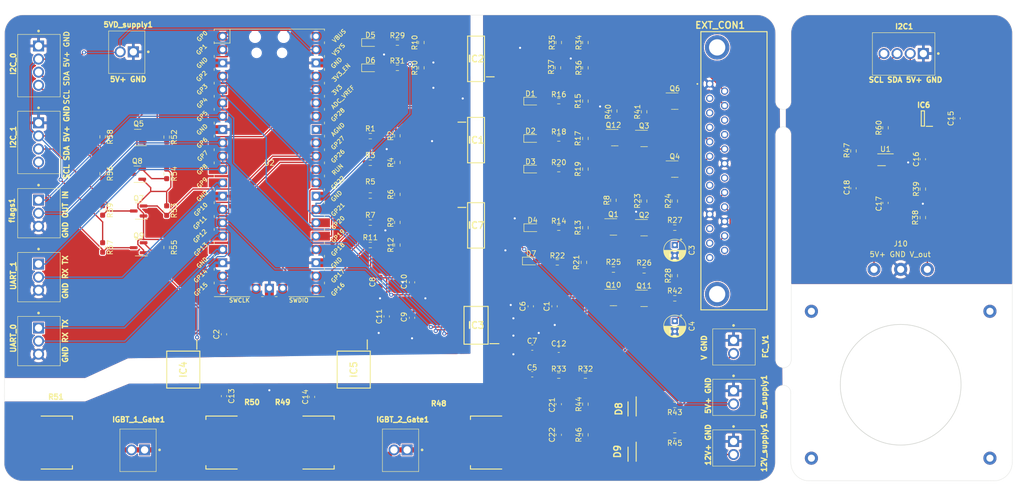
<source format=kicad_pcb>
(kicad_pcb (version 20211014) (generator pcbnew)
  (layers (0 "F.Cu" signal) (31 "B.Cu" signal) (34 "B.Paste" user) (35 "F.Paste" user) (36 "B.SilkS" user "B.Silkscreen") (37 "F.SilkS" user "F.Silkscreen") (38 "B.Mask" user) (39 "F.Mask" user) (44 "Edge.Cuts" user))
  (net 0 "")
  (net 1 "Net-(C1-Pad1)")
  (net 2 "GND")
  (net 3 "GNDD")
  (net 4 "+3V3")
  (net 5 "EXT_CONT_21")
  (net 6 "EXT_CONT_22")
  (net 7 "Net-(C5-Pad1)")
  (net 8 "ADC_1_CS")
  (net 9 "AIN_1")
  (net 10 "+12V")
  (net 11 "Net-(C15-Pad1)")
  (net 12 "GNDA")
  (net 13 "+5VA")
  (net 14 "AIN_2")
  (net 15 "AIN_3")
  (net 16 "Net-(D1-Pad2)")
  (net 17 "Net-(D2-Pad2)")
  (net 18 "Net-(D3-Pad2)")
  (net 19 "Net-(D4-Pad2)")
  (net 20 "Net-(D5-Pad2)")
  (net 21 "Net-(D6-Pad2)")
  (net 22 "Net-(D7-Pad2)")
  (net 23 "Net-(Q1-Pad3)")
  (net 24 "Net-(IC1-Pad1)")
  (net 25 "Net-(IC1-Pad2)")
  (net 26 "Net-(IC1-Pad3)")
  (net 33 "SET_ALARM_5V")
  (net 34 "+5V")
  (net 35 "ALARM_CLEAR_5V")
  (net 36 "SET_ONOFF_5V")
  (net 37 "SET_CV_5V")
  (net 38 "SET_CC_5V")
  (net 51 "EXT_CONT_15")
  (net 53 "COUT1")
  (net 54 "COUT2")
  (net 55 "ADC_SPI_MISO")
  (net 56 "ADC_SPI_MOSI")
  (net 57 "ADC_SPI_CLK")
  (net 59 "IGBT_1_ON")
  (net 60 "HiNet_2")
  (net 61 "HiNet_1")
  (net 62 "IGBT_2_ON")
  (net 63 "HiNet_3")
  (net 64 "HiNet_6")
  (net 69 "EXT_CONT_5")
  (net 70 "EXT_CONT_6")
  (net 77 "EXT_CONT_14")
  (net 78 "ALARM_2_STATUS_3V3")
  (net 81 "EXT_CONT_18")
  (net 83 "EXT_CONT_24")
  (net 85 "+5VD")
  (net 86 "SDA_0_5V")
  (net 87 "SCL_0_5V")
  (net 88 "SDA_1_5V")
  (net 89 "SCL_1_5V")
  (net 90 "UART0_TX")
  (net 91 "UART0_RX")
  (net 92 "UART1_TX")
  (net 93 "UART1_RX")
  (net 94 "IN_flag")
  (net 95 "OUT_flag")
  (net 96 "Net-(J10-Pad1)")
  (net 97 "FC_terminals")
  (net 98 "SDA_0_3V3")
  (net 99 "SDA_1_3V3")
  (net 100 "SCL_0_3V3")
  (net 101 "SCL_1_3V3")
  (net 102 "SET_CC_3V3")
  (net 103 "SET_CV_3V3")
  (net 104 "SET_ONOFF_3V3")
  (net 105 "SET_ALARM_3V3")
  (net 106 "ALARM_CLEAR_3V3")
  (net 107 "HiNet_5")
  (net 108 "unconnected-(R48-Pad3)")
  (net 109 "unconnected-(R49-Pad3)")
  (net 110 "HiNet_4")
  (net 111 "unconnected-(R50-Pad3)")
  (net 112 "unconnected-(R51-Pad3)")
  (net 120 "+5VP")
  (net 121 "ALARM_1_STATUS_3V3")
  (net 126 "Net-(IC7-Pad1)")
  (net 127 "Net-(IC7-Pad2)")
  (net 140 "SCL_clamp_5V")
  (net 141 "Net-(R38-Pad2)")
  (net 144 "SDA_clamp_5V")
  (net 145 "Net-(Q2-Pad3)")
  (net 146 "Net-(Q12-Pad3)")
  (net 147 "Net-(Q10-Pad3)")
  (net 148 "Net-(Q11-Pad3)")
  (footprint "Capacitor_SMD:C_0603_1608Metric_Pad1.08x0.95mm_HandSolder" (layer "F.Cu") (at 155.92 107.95 -90)
    (fp_text reference "C1")
    (fp_text value "1 uF")
  )
  (footprint "Package_TO_SOT_SMD:SOT-23" (layer "F.Cu") (at 76.454 82.7695 180)
    (fp_text reference "Q8")
    (fp_text value "BSS138")
  )
  (footprint "Resistor_SMD:R_0603_1608Metric_Pad0.98x0.95mm_HandSolder" (layer "F.Cu") (at 212.852 78.3355 -90)
    (fp_text reference "R47")
    (fp_text value "5.1k")
  )
  (footprint "Resistor_SMD:R_0603_1608Metric_Pad0.98x0.95mm_HandSolder" (layer "F.Cu") (at 156.718 81.788 180)
    (fp_text reference "R20")
    (fp_text value "200")
  )
  (footprint "Resistor_SMD:R_0603_1608Metric_Pad0.98x0.95mm_HandSolder" (layer "F.Cu") (at 167.132 87.7335 -90)
    (fp_text reference "R8")
    (fp_text value "5.1k")
  )
  (footprint "SamacSys_Parts:ID25S33E4GX00LF" (layer "F.Cu") (at 185.466 65.5455 90)
    (fp_text reference "EXT_CON1")
    (fp_text value "DB25_Female" hide)
  )
  (footprint "SamacSys_Parts:1963544" (layer "F.Cu") (at 57.646 87.6935 -90)
    (fp_text reference "flags1")
    (fp_text value "GND OUT IN")
  )
  (footprint "Capacitor_SMD:C_0603_1608Metric_Pad1.08x0.95mm_HandSolder" (layer "F.Cu") (at 151.674 120.904 180)
    (fp_text reference "C5")
    (fp_text value "1 uF")
  )
  (footprint "LED_SMD:LED_0603_1608Metric_Pad1.05x0.95mm_HandSolder" (layer "F.Cu") (at 151.4625 99.314)
    (fp_text reference "D7")
    (fp_text value "LED")
  )
  (footprint "Resistor_SMD:R_0603_1608Metric_Pad0.98x0.95mm_HandSolder" (layer "F.Cu") (at 125.984 62.484 180)
    (fp_text reference "R31")
    (fp_text value "200")
  )
  (footprint "LED_SMD:LED_0603_1608Metric_Pad1.05x0.95mm_HandSolder" (layer "F.Cu") (at 151.719 81.788)
    (fp_text reference "D3")
    (fp_text value "LED")
  )
  (footprint "LED_SMD:LED_0603_1608Metric_Pad1.05x0.95mm_HandSolder" (layer "F.Cu") (at 151.719 75.946)
    (fp_text reference "D2")
    (fp_text value "LED")
  )
  (footprint "Resistor_SMD:R_0603_1608Metric_Pad0.98x0.95mm_HandSolder" (layer "F.Cu") (at 156.5675 62.484 -90)
    (fp_text reference "R37")
    (fp_text value "2.4k")
  )
  (footprint "Capacitor_SMD:C_0603_1608Metric_Pad1.08x0.95mm_HandSolder" (layer "F.Cu") (at 226.06 79.9095 -90)
    (fp_text reference "C16")
    (fp_text value "1uF")
  )
  (footprint "SamacSys_Parts:SOP64P600X175-20N" (layer "F.Cu") (at 140.97 76.2635)
    (fp_text reference "IC1")
    (fp_text value "SI8384PM-IU" hide)
  )
  (footprint "Capacitor_SMD:C_0603_1608Metric_Pad1.08x0.95mm_HandSolder" (layer "F.Cu") (at 156.718 132.45 -90)
    (fp_text reference "C22")
    (fp_text value "22pF")
  )
  (footprint "Package_DFN_QFN:DFN-8-1EP_3x2mm_P0.5mm_EP1.75x1.45mm" (layer "F.Cu") (at 218.948 80.01 180)
    (fp_text reference "U1")
    (fp_text value "MCP3426-xMC")
  )
  (footprint "Resistor_SMD:R_0603_1608Metric_Pad0.98x0.95mm_HandSolder" (layer "F.Cu") (at 69.85 82.6535 -90)
    (fp_text reference "R56")
    (fp_text value "5.1k")
  )
  (footprint "Package_TO_SOT_SMD:SOT-23" (layer "F.Cu") (at 178.816 68.834)
    (fp_text reference "Q6")
    (fp_text value "BSS138")
  )
  (footprint "SamacSys_Parts:1963531" (layer "F.Cu") (at 77.842 135.3215 180)
    (fp_text reference "IGBT_1_Gate1")
    (fp_text value "IGBT_1_Gate" hide)
  )
  (footprint "Resistor_SMD:R_0603_1608Metric_Pad0.98x0.95mm_HandSolder" (layer "F.Cu") (at 178.816 132.588 180)
    (fp_text reference "R45")
    (fp_text value "100k")
  )
  (footprint "Resistor_SMD:R_0603_1608Metric_Pad0.98x0.95mm_HandSolder" (layer "F.Cu") (at 69.85 96.7315 -90)
    (fp_text reference "R57")
    (fp_text value "5.1k")
  )
  (footprint "Capacitor_SMD:C_0603_1608Metric_Pad1.08x0.95mm_HandSolder" (layer "F.Cu") (at 151.384 107.95 90)
    (fp_text reference "C6")
    (fp_text value "0.01uF")
  )
  (footprint "SamacSys_Parts:1963557" (layer "F.Cu") (at 57.646 72.9615 -90)
    (fp_text reference "I2C_1")
    (fp_text value "SCL SDA 5V+ GND")
  )
  (footprint "SamacSys_Parts:1963557" (layer "F.Cu") (at 226.154 59.7605 180)
    (fp_text reference "I2C1")
    (fp_text value "SCL SDA 5V+ GND")
  )
  (footprint "Resistor_SMD:R_0603_1608Metric_Pad0.98x0.95mm_HandSolder" (layer "F.Cu") (at 69.85 75.6475 -90)
    (fp_text reference "R58")
    (fp_text value "5.1k")
  )
  (footprint "Resistor_SMD:R_0603_1608Metric_Pad0.98x0.95mm_HandSolder" (layer "F.Cu") (at 82.042 89.704 -90)
    (fp_text reference "R53")
    (fp_text value "5.1k")
  )
  (footprint "SamacSys_Parts:SOD3716X135N" (layer "F.Cu") (at 170.688 136.144 -90)
    (fp_text reference "D9")
    (fp_text value "1.8V" hide)
  )
  (footprint "Package_TO_SOT_SMD:SOT-23" (layer "F.Cu") (at 76.708 96.7815 180)
    (fp_text reference "Q9")
    (fp_text value "BSS138")
  )
  (footprint "Resistor_SMD:R_0603_1608Metric_Pad0.98x0.95mm_HandSolder" (layer "F.Cu") (at 178.816 92.964)
    (fp_text reference "R27")
    (fp_text value "2k")
  )
  (footprint "Capacitor_SMD:C_0603_1608Metric_Pad1.08x0.95mm_HandSolder" (layer "F.Cu") (at 151.674 115.824)
    (fp_text reference "C7")
    (fp_text value "0.01uF")
  )
  (footprint "LED_SMD:LED_0603_1608Metric_Pad1.05x0.95mm_HandSolder" (layer "F.Cu") (at 120.8455 62.484)
    (fp_text reference "D6")
    (fp_text value "LED")
  )
  (footprint "SamacSys_Parts:1963557" (layer "F.Cu") (at 57.646 58.3155 -90)
    (fp_text reference "I2C_0")
    (fp_text value "SCL SDA 5V+ GND")
  )
  (footprint "SamacSys_Parts:1963531" (layer "F.Cu") (at 127.839 135.3215 180)
    (fp_text reference "IGBT_2_Gate1")
    (fp_text value "IGBT_2_Gate" hide)
  )
  (footprint "Resistor_SMD:R_0603_1608Metric_Pad0.98x0.95mm_HandSolder" (layer "F.Cu") (at 161.798 62.484 -90)
    (fp_text reference "R36")
    (fp_text value "2.4k")
  )
  (footprint "Resistor_SMD:R_0603_1608Metric_Pad0.98x0.95mm_HandSolder" (layer "F.Cu") (at 125.984 86.614 -90)
    (fp_text reference "R6")
    (fp_text value "2.4k")
  )
  (footprint "Capacitor_SMD:C_0603_1608Metric_Pad1.08x0.95mm_HandSolder" (layer "F.Cu") (at 156.718 126.608 -90)
    (fp_text reference "C21")
    (fp_text value "22pF")
  )
  (footprint "Resistor_SMD:R_0603_1608Metric_Pad0.98x0.95mm_HandSolder" (layer "F.Cu") (at 156.4365 99.568 180)
    (fp_text reference "R22")
    (fp_text value "200")
  )
  (footprint "SamacSys_Parts:SOP65P778X199-20N" (layer "F.Cu") (at 140.97 111.5695 180)
    (fp_text reference "IC3")
    (fp_text value "MAX22531AAP+" hide)
  )
  (footprint "Capacitor_THT:CP_Radial_D4.0mm_P2.00mm" (layer "F.Cu") (at 178.816 96.266 -90)
    (fp_text reference "C3")
    (fp_text value "10uF")
  )
  (footprint "Resistor_SMD:R_0603_1608Metric_Pad0.98x0.95mm_HandSolder" (layer "F.Cu") (at 161.798 121.158 180)
    (fp_text reference "R32")
    (fp_text value "10k")
  )
  (footprint "Capacitor_SMD:C_0603_1608Metric_Pad1.08x0.95mm_HandSolder" (layer "F.Cu") (at 122.682 103.3145 90)
    (fp_text reference "C8")
    (fp_text value "0.01uF")
  )
  (footprint "Resistor_SMD:R_0603_1608Metric_Pad0.98x0.95mm_HandSolder" (layer "F.Cu") (at 156.718 121.158 180)
    (fp_text reference "R33")
    (fp_text value "2.2k")
  )
  (footprint "Capacitor_SMD:C_0603_1608Metric_Pad1.08x0.95mm_HandSolder" (layer "F.Cu") (at 128.778 103.378 -90)
    (fp_text reference "C10")
    (fp_text value "1 uF")
  )
  (footprint "Capacitor_SMD:C_0603_1608Metric_Pad1.08x0.95mm_HandSolder" (layer "F.Cu") (at 109.728 125.222 -90)
    (fp_text reference "C14")
    (fp_text value "1uF")
  )
  (footprint "Resistor_SMD:R_0603_1608Metric_Pad0.98x0.95mm_HandSolder" (layer "F.Cu") (at 161.798 132.45 -90)
    (fp_text reference "R46")
    (fp_text value "1k")
  )
  (footprint "Resistor_SMD:R_0603_1608Metric_Pad0.98x0.95mm_HandSolder" (layer "F.Cu") (at 161.798 126.608 -90)
    (fp_text reference "R44")
    (fp_text value "1k")
  )
  (footprint "Resistor_SMD:R_0603_1608Metric_Pad0.98x0.95mm_HandSolder" (layer "F.Cu") (at 226.06 85.598 -90)
    (fp_text reference "R39")
    (fp_text value "1k")
  )
  (footprint "Resistor_SMD:R_0603_1608Metric_Pad0.98x0.95mm_HandSolder" (layer "F.Cu") (at 161.798 92.964 90)
    (fp_text reference "R13")
    (fp_text value "100k")
  )
  (footprint "Package_TO_SOT_SMD:SOT-23" (layer "F.Cu") (at 167.386 75.7955)
    (fp_text reference "Q12")
    (fp_text value "BSS138")
  )
  (footprint "Resistor_SMD:R_0603_1608Metric_Pad0.98x0.95mm_HandSolder" (layer "F.Cu") (at 130.556 62.484 90)
    (fp_text reference "R30")
    (fp_text value "100k")
  )
  (footprint "SamacSys_Parts:PWR263S3510R0F" (layer "F.Cu") (at 143.034 133.9215 -90)
    (fp_text reference "R48")
    (fp_text value "PWR263S-35-10R0F" hide)
  )
  (footprint "SamacSys_Parts:L06P400S05_footprint" (layer "F.Cu") (at 221.836 100.9015)
    (fp_text reference "J10")
    (fp_text value "5V+ GND V_out")
    (fp_circle (center 0 22) (end 11.5 22) (layer "Edge.Cuts") (width 0.12) (fill none))
  )
  (footprint "SamacSys_Parts:PWR263S3510R0F" (layer "F.Cu") (at 60.965 133.9215 90)
    (fp_text reference "R51")
    (fp_text value "PWR263S-35-10R0F" hide)
  )
  (footprint "Resistor_SMD:R_0603_1608Metric_Pad0.98x0.95mm_HandSolder" (layer "F.Cu") (at 178.816 126.746 180)
    (fp_text reference "R43")
    (fp_text value "15k")
  )
  (footprint "Resistor_SMD:R_0603_1608Metric_Pad0.98x0.95mm_HandSolder" (layer "F.Cu") (at 156.718 68.834 180)
    (fp_text reference "R16")
    (fp_text value "200")
  )
  (footprint "Capacitor_SMD:C_0603_1608Metric_Pad1.08x0.95mm_HandSolder" (layer "F.Cu") (at 92.964 125.0685 -90)
    (fp_text reference "C13")
    (fp_text value "1uF")
  )
  (footprint "Package_TO_SOT_SMD:SOT-23" (layer "F.Cu") (at 172.974 92.964)
    (fp_text reference "Q2")
    (fp_text value "BSS138")
  )
  (footprint "Capacitor_SMD:C_0603_1608Metric_Pad1.08x0.95mm_HandSolder" (layer "F.Cu") (at 156.718 116.232 180)
    (fp_text reference "C12")
    (fp_text value "22pF")
  )
  (footprint "SamacSys_Parts:1963531" (layer "F.Cu") (at 75.692 59.436 180)
    (fp_text reference "5VD_supply1")
    (fp_text value "5V+ GND")
  )
  (footprint "Resistor_SMD:R_0603_1608Metric_Pad0.98x0.95mm_HandSolder" (layer "F.Cu") (at 167.2825 70.7155 -90)
    (fp_text reference "R40")
    (fp_text value "5.1k")
  )
  (footprint "Resistor_SMD:R_0603_1608Metric_Pad0.98x0.95mm_HandSolder" (layer "F.Cu") (at 178.816 87.884 -90)
    (fp_text reference "R24")
    (fp_text value "200")
  )
  (footprint "Capacitor_SMD:C_0603_1608Metric_Pad1.08x0.95mm_HandSolder" (layer "F.Cu") (at 212.852 85.4445 -90)
    (fp_text reference "C18")
    (fp_text value "0.1uF")
  )
  (footprint "SamacSys_Parts:SOT95P280X145-5N" (layer "F.Cu") (at 226.06 72.136 180)
    (fp_text reference "IC6")
    (fp_text value "TPS7A2050PDBVR" hide)
  )
  (footprint "LED_SMD:LED_0603_1608Metric_Pad1.05x0.95mm_HandSolder" (layer "F.Cu") (at 151.744 92.964)
    (fp_text reference "D4")
    (fp_text value "LED")
  )
  (footprint "SamacSys_Parts:1963531" (layer "F.Cu") (at 190.011 133.7085 -90)
    (fp_text reference "12V_supply1")
    (fp_text value "12V+ GND")
  )
  (footprint "Resistor_SMD:R_0603_1608Metric_Pad0.98x0.95mm_HandSolder" (layer "F.Cu") (at 161.798 81.788 90)
    (fp_text reference "R19")
    (fp_text value "100k")
  )
  (footprint "SamacSys_Parts:1963531" (layer "F.Cu") (at 190.011 114.4455 -90)
    (fp_text reference "FC_V1")
    (fp_text value "V GND")
  )
  (footprint "Package_TO_SOT_SMD:SOT-23" (layer "F.Cu") (at 172.974 106.426)
    (fp_text reference "Q11")
    (fp_text value "BSS138")
  )
  (footprint "Resistor_SMD:R_0603_1608Metric_Pad0.98x0.95mm_HandSolder" (layer "F.Cu") (at 120.8255 91.9945)
    (fp_text reference "R7")
    (fp_text value "1k")
  )
  (footprint "Resistor_SMD:R_0603_1608Metric_Pad0.98x0.95mm_HandSolder" (layer "F.Cu") (at 167.132 100.9415)
    (fp_text reference "R25")
    (fp_text value "5.1k")
  )
  (footprint "Resistor_SMD:R_0603_1608Metric_Pad0.98x0.95mm_HandSolder" (layer "F.Cu") (at 82.042 75.692 -90)
    (fp_text reference "R52")
    (fp_text value "5.1k")
  )
  (footprint "SamacSys_Parts:SOD3716X135N" (layer "F.Cu") (at 170.688 127.508 -90)
    (fp_text reference "D8")
    (fp_text value "1.8V" hide)
  )
  (footprint "LED_SMD:LED_0603_1608Metric_Pad1.05x0.95mm_HandSolder" (layer "F.Cu") (at 151.719 68.834)
    (fp_text reference "D1")
    (fp_text value "LED")
  )
  (footprint "Package_TO_SOT_SMD:SOT-23" (layer "F.Cu") (at 178.816 81.788)
    (fp_text reference "Q4")
    (fp_text value "BSS138")
  )
  (footprint "Capacitor_SMD:C_0603_1608Metric_Pad1.08x0.95mm_HandSolder" (layer "F.Cu") (at 218.948 88.2385 -90)
    (fp_text reference "C17")
    (fp_text value "10uF")
  )
  (footprint "Package_TO_SOT_SMD:SOT-23" (layer "F.Cu") (at 172.974 75.946)
    (fp_text reference "Q3")
    (fp_text value "BSS138")
  )
  (footprint "Capacitor_THT:CP_Radial_D4.0mm_P2.00mm" (layer "F.Cu") (at 178.816 110.744 -90)
    (fp_text reference "C4")
    (fp_text value "10uF")
  )
  (footprint "SamacSys_Parts:SOP64P600X175-20N" (layer "F.Cu") (at 140.97 92.5195)
    (fp_text reference "IC7")
    (fp_text value "SI8384PM-IU" hide)
  )
  (footprint "Resistor_SMD:R_0603_1608Metric_Pad0.98x0.95mm_HandSolder" (layer "F.Cu") (at 156.718 75.946 180)
    (fp_text reference "R18")
    (fp_text value "200")
  )
  (footprint "Resistor_SMD:R_0603_1608Metric_Pad0.98x0.95mm_HandSolder" (layer "F.Cu") (at 69.85 89.6595 -90)
    (fp_text reference "R59")
    (fp_text value "5.1k")
  )
  (footprint "SamacSys_Parts:PWR263S3510R0F" (layer "F.Cu") (at 92.649 133.9215 -90)
    (fp_text reference "R50")
    (fp_text value "PWR263S-35-10R0F" hide)
  )
  (footprint "MCU_RaspberryPi_and_Boards:RPi_Pico_SMD_TH" (layer "F.Cu") (at 101.6 80.6005)
    (fp_text reference "U2")
    (fp_text value "Pico")
  )
  (footprint "Resistor_SMD:R_0603_1608Metric_Pad0.98x0.95mm_HandSolder" (layer "F.Cu") (at 161.5165 99.568 90)
    (fp_text reference "R21")
    (fp_text value "100k")
  )
  (footprint "Capacitor_SMD:C_0603_1608Metric_Pad1.08x0.95mm_HandSolder" (layer "F.Cu") (at 92.964 113.284 90)
    (fp_text reference "C2")
    (fp_text value "100nF")
  )
  (footprint "Package_TO_SOT_SMD:SOT-23" (layer "F.Cu") (at 76.708 89.7755 180)
    (fp_text reference "Q7")
    (fp_text value "BSS138")
  )
  (footprint "Resistor_SMD:R_0603_1608Metric_Pad0.98x0.95mm_HandSolder" (layer "F.Cu") (at 156.718 57.658 -90)
    (fp_text reference "R35")
    (fp_text value "2.4k")
  )
  (footprint "Resistor_SMD:R_0603_1608Metric_Pad0.98x0.95mm_HandSolder" (layer "F.Cu") (at 82.042 82.698 -90)
    (fp_text reference "R54")
    (fp_text value "5.1k")
  )
  (footprint "Resistor_SMD:R_0603_1608Metric_Pad0.98x0.95mm_HandSolder" (layer "F.Cu") (at 161.798 68.834 90)
    (fp_text reference "R15")
    (fp_text value "100k")
  )
  (footprint "Resistor_SMD:R_0603_1608Metric_Pad0.98x0.95mm_HandSolder" (layer "F.Cu") (at 161.798 57.658 -90)
    (fp_text reference "R34")
    (fp_text value "2.4k")
  )
  (footprint "Capacitor_SMD:C_0603_1608Metric_Pad1.08x0.95mm_HandSolder" (layer "F.Cu") (at 128.778 110.1355 -90)
    (fp_text reference "C9")
    (fp_text value "22pF")
  )
  (footprint "Resistor_SMD:R_0603_1608Metric_Pad0.98x0.95mm_HandSolder" (layer "F.Cu") (at 120.8255 96.2655)
    (fp_text reference "R11")
    (fp_text value "1k")
  )
  (footprint "Resistor_SMD:R_0603_1608Metric_Pad0.98x0.95mm_HandSolder" (layer "F.Cu") (at 130.556 57.658 90)
    (fp_text reference "R10")
    (fp_text value "100k")
  )
  (footprint "Resistor_SMD:R_0603_1608Metric_Pad0.98x0.95mm_HandSolder" (layer "F.Cu") (at 172.974 101.092)
    (fp_text reference "R26")
    (fp_text value "100k")
  )
  (footprint "Resistor_SMD:R_0603_1608Metric_Pad0.98x0.95mm_HandSolder" (layer "F.Cu") (at 125.984 80.518 -90)
    (fp_text reference "R4")
    (fp_text value "2.4k")
  )
  (footprint "Resistor_SMD:R_0603_1608Metric_Pad0.98x0.95mm_HandSolder" (layer "F.Cu") (at 178.816 106.426)
    (fp_text reference "R42")
    (fp_text value "2k")
  )
  (footprint "Resistor_SMD:R_0603_1608Metric_Pad0.98x0.95mm_HandSolder" (layer "F.Cu") (at 125.984 75.438 -90)
    (fp_text reference "R2")
    (fp_text value "2.4k")
  )
  (footprint "SamacSys_Parts:SOP64P600X175-20N" (layer "F.Cu") (at 140.97 60.7695 180)
    (fp_text reference "IC2")
    (fp_text value "SI8384PM-IU" hide)
  )
  (footprint "Resistor_SMD:R_0603_1608Metric_Pad0.98x0.95mm_HandSolder" (layer "F.Cu") (at 120.8255 75.502)
    (fp_text reference "R1")
    (fp_text value "1k")
  )
  (footprint "SamacSys_Parts:1963544" (layer "F.Cu") (at 57.646 99.8855 -90)
    (fp_text reference "UART_1")
    (fp_text value "GND RX TX")
  )
  (footprint "Resistor_SMD:R_0603_1608Metric_Pad0.98x0.95mm_HandSolder" (layer "F.Cu") (at 82.042 96.7315 -90)
    (fp_text reference "R55")
    (fp_text value "5.1k")
  )
  (footprint "Package_TO_SOT_SMD:SOT-23" (layer "F.Cu") (at 167.132 106.2755)
    (fp_text reference "Q10")
    (fp_text value "BSS138")
  )
  (footprint "Resistor_SMD:R_0603_1608Metric_Pad0.98x0.95mm_HandSolder" (layer "F.Cu") (at 156.718 92.964 180)
    (fp_text reference "R14")
    (fp_text value "200")
  )
  (footprint "Resistor_SMD:R_0603_1608Metric_Pad0.98x0.95mm_HandSolder" (layer "F.Cu") (at 226.06 91.0355 90)
    (fp_text reference "R38")
    (fp_text value "1.5k")
  )
  (footprint "Resistor_SMD:R_0603_1608Metric_Pad0.98x0.95mm_HandSolder" (layer "F.Cu") (at 178.816 102.108 -90)
    (fp_text reference "R28")
    (fp_text value "200")
  )
  (footprint "SamacSys_Parts:SOIC127P1030X265-8N" (layer "F.Cu") (at 117.673 120.0145 -90)
    (fp_text reference "IC5")
    (fp_text value "1EDI60H12AHXUMA1" hide)
  )
  (footprint "SamacSys_Parts:SOIC127P1030X265-8N" (layer "F.Cu") (at 85.208 120.0145 -90)
    (fp_text reference "IC4")
    (fp_text value "1EDI60H12AHXUMA1" hide)
  )
  (footprint "Resistor_SMD:R_0603_1608Metric_Pad0.98x0.95mm_HandSolder" (layer "F.Cu") (at 125.984 96.2655 -90)
    (fp_text reference "R12")
    (fp_text value "2.4k")
  )
  (footprint "Resistor_SMD:R_0603_1608Metric_Pad0.98x0.95mm_HandSolder" (layer "F.Cu") (at 120.8255 80.582)
    (fp_text reference "R3")
    (fp_text value "1k")
  )
  (footprint "Resistor_SMD:R_0603_1608Metric_Pad0.98x0.95mm_HandSolder" (layer "F.Cu") (at 218.948 73.914 -90)
    (fp_text reference "R60")
    (fp_text value "5.1k")
  )
  (footprint "Resistor_SMD:R_0603_1608Metric_Pad0.98x0.95mm_HandSolder" (layer "F.Cu") (at 120.8255 86.8285)
    (fp_text reference "R5")
    (fp_text value "1k")
  )
  (footprint "Resistor_SMD:R_0603_1608Metric_Pad0.98x0.95mm_HandSolder" (layer "F.Cu") (at 172.974 87.884 -90)
    (fp_text reference "R23")
    (fp_text value "100k")
  )
  (footprint "LED_SMD:LED_0603_1608Metric_Pad1.05x0.95mm_HandSolder" (layer "F.Cu") (at 120.8455 57.658)
    (fp_text reference "D5")
    (fp_text value "LED")
  )
  (footprint "SamacSys_Parts:1963544" (layer "F.Cu") (at 57.646 112.0775 -90)
    (fp_text reference "UART_0")
    (fp_text value "GND RX TX")
  )
  (footprint "Package_TO_SOT_SMD:SOT-23" (layer "F.Cu") (at 76.5325 75.7635 180)
    (fp_text reference "Q5")
    (fp_text value "BSS138")
  )
  (footprint "Resistor_SMD:R_0603_1608Metric_Pad0.98x0.95mm_HandSolder" (layer "F.Cu") (at 125.984 57.658 180)
    (fp_text reference "R29")
    (fp_text value "200")
  )
  (footprint "Resistor_SMD:R_0603_1608Metric_Pad0.98x0.95mm_HandSolder" (layer "F.Cu") (at 172.974 70.866 -90)
    (fp_text reference "R41")
    (fp_text value "100k")
  )
  (footprint "SamacSys_Parts:1963531" (layer "F.Cu") (at 190.011 124.0565 -90)
    (fp_text reference "5V_supply1")
    (fp_text value "5V+ GND")
  )
  (footprint "Capacitor_SMD:C_0603_1608Metric_Pad1.08x0.95mm_HandSolder" (layer "F.Cu") (at 232.664 72.1179 -90)
    (fp_text reference "C15")
    (fp_text value "1uF")
  )
  (footprint "SamacSys_Parts:PWR263S3510R0F" (layer "F.Cu") (at 110.815 133.9215 90)
    (fp_text reference "R49")
    (fp_text value "PWR263S-35-10R0F" hide)
  )
  (footprint "Package_TO_SOT_SMD:SOT-23" (layer "F.Cu") (at 167.132 92.8135)
    (fp_text reference "Q1")
    (fp_text value "BSS138")
  )
  (footprint "Capacitor_SMD:C_0603_1608Metric_Pad1.08x0.95mm_HandSolder" (layer "F.Cu") (at 123.952 109.8815 90)
    (fp_text reference "C11")
    (fp_text value "100nF")
  )
  (footprint "Resistor_SMD:R_0603_1608Metric_Pad0.98x0.95mm_HandSolder" (layer "F.Cu") (at 161.798 75.946 90)
    (fp_text reference "R17")
    (fp_text value "100k")
  )
  (footprint "Resistor_SMD:R_0603_1608Metric_Pad0.98x0.95mm_HandSolder" (layer "F.Cu") (at 125.984 91.9475 -90)
    (fp_text reference "R9")
    (fp_text value "2.4k")
  )
  (gr_arc (start 194.484 52.4215) (mid 196.958874 53.446626) (end 197.984 55.9215) (layer "Edge.Cuts") (width 0.05))
  (gr_arc (start 239.578 52.4215) (mid 242.052874 53.446626) (end 243.078 55.9215) (layer "Edge.Cuts") (width 0.05))
  (gr_line (start 243.078 137.2235) (end 243.078 56.7055) (layer "Edge.Cuts") (width 0.05))
  (gr_arc (start 197.924 124.4795) (mid 199.424 122.979484) (end 200.924 124.4795) (layer "Edge.Cuts") (width 0.05))
  (gr_line (start 200.984 118.1735) (end 200.984 75.223516) (layer "Edge.Cuts") (width 0.05))
  (gr_arc (start 54.648 141.2315) (mid 52.345722 140.381553) (end 51.148 138.2395) (layer "Edge.Cuts") (width 0.05))
  (gr_line (start 197.984 75.223516) (end 197.984 118.1735) (layer "Edge.Cuts") (width 0.05))
  (gr_line (start 51.148 138.2395) (end 51.148 137.9855) (layer "Edge.Cuts") (width 0.05))
  (gr_line (start 239.268 52.4215) (end 204.484 52.4215) (layer "Edge.Cuts") (width 0.05))
  (gr_line (start 239.268 52.4215) (end 239.578 52.4215) (layer "Edge.Cuts") (width 0.05))
  (gr_arc (start 243.078 137.7295) (mid 242.052874 140.204374) (end 239.578 141.2295) (layer "Edge.Cuts") (width 0.05))
  (gr_line (start 197.924 124.4795) (end 197.924 137.7295) (layer "Edge.Cuts") (width 0.05))
  (gr_line (start 54.708 52.4235) (end 194.484 52.4215) (layer "Edge.Cuts") (width 0.05))
  (gr_line (start 243.078 56.1975) (end 243.078 55.9215) (layer "Edge.Cuts") (width 0.05))
  (gr_line (start 243.078 137.2235) (end 243.078 137.7295) (layer "Edge.Cuts") (width 0.05))
  (gr_line (start 194.424 141.2295) (end 54.648 141.2315) (layer "Edge.Cuts") (width 0.05))
  (gr_arc (start 197.984 75.223516) (mid 199.484 73.7235) (end 200.984 75.223516) (layer "Edge.Cuts") (width 0.05))
  (gr_arc (start 200.984 55.9215) (mid 202.009126 53.446626) (end 204.484 52.4215) (layer "Edge.Cuts") (width 0.05))
  (gr_line (start 239.014 141.2295) (end 239.578 141.2295) (layer "Edge.Cuts") (width 0.05))
  (gr_arc (start 51.208 55.9235) (mid 52.233126 53.448626) (end 54.708 52.4235) (layer "Edge.Cuts") (width 0.05))
  (gr_line (start 51.148 137.9855) (end 51.208 55.9235) (layer "Edge.Cuts") (width 0.05))
  (gr_line (start 200.984 68.921484) (end 200.984 55.9215) (layer "Edge.Cuts") (width 0.05))
  (gr_line (start 197.984 55.9215) (end 197.984 68.921484) (layer "Edge.Cuts") (width 0.05))
  (gr_arc (start 197.924 137.7295) (mid 196.898874 140.204374) (end 194.424 141.2295) (layer "Edge.Cuts") (width 0.05))
  (gr_arc (start 204.424 141.2295) (mid 201.949126 140.204374) (end 200.924 137.7295) (layer "Edge.Cuts") (width 0.05))
  (gr_arc (start 200.984 118.1735) (mid 199.484 119.673516) (end 197.984 118.1735) (layer "Edge.Cuts") (width 0.05))
  (gr_line (start 243.078 56.1975) (end 243.078 56.7055) (layer "Edge.Cuts") (width 0.05))
  (gr_line (start 200.924 137.7295) (end 200.924 124.4795) (layer "Edge.Cuts") (width 0.05))
  (gr_line (start 204.424 141.2295) (end 239.014 141.2295) (layer "Edge.Cuts") (width 0.05))
  (gr_arc (start 200.984 68.921484) (mid 199.484 70.4215) (end 197.984 68.921484) (layer "Edge.Cuts") (width 0.05))
  (segment (start 151.384 107.0875) (end 155.92 107.0875) (width 0.25) (layer "F.Cu") (net 1))
  (segment (start 144.468 109.2945) (end 149.177 109.2945) (width 0.25) (layer "F.Cu") (net 1))
  (segment (start 149.177 109.2945) (end 151.384 107.0875) (width 0.25) (layer "F.Cu") (net 1))
  (via (at 146.558 97.282) (size 0.8) (drill 0.4) (layers "F.Cu" "B.Cu") (net 2))
  (via (at 152.908 113.03) (size 0.8) (drill 0.4) (layers "F.Cu" "B.Cu") (net 2))
  (via (at 149.352 58.674) (size 0.8) (drill 0.4) (layers "F.Cu" "B.Cu") (net 2))
  (via (at 148.082 117.094) (size 0.8) (drill 0.4) (layers "F.Cu" "B.Cu") (net 2))
  (via (at 148.336 91.186) (size 0.8) (drill 0.4) (layers "F.Cu" "B.Cu") (net 2))
  (via (at 164.592 69.85) (size 0.8) (drill 0.4) (layers "F.Cu" "B.Cu") (net 2))
  (via (at 101.6 123.952) (size 0.8) (drill 0.4) (layers "F.Cu" "B.Cu") (net 2))
  (via (at 148.082 113.538) (size 0.8) (drill 0.4) (layers "F.Cu" "B.Cu") (net 2))
  (via (at 155.956 111.506) (size 0.8) (drill 0.4) (layers "F.Cu" "B.Cu") (net 2))
  (via (at 159.004 60.706) (size 0.8) (drill 0.4) (layers "F.Cu" "B.Cu") (net 2))
  (via (at 171.45 89.916) (size 0.8) (drill 0.4) (layers "F.Cu" "B.Cu") (net 2))
  (via (at 147.574 107.696) (size 0.8) (drill 0.4) (layers "F.Cu" "B.Cu") (net 2))
  (via (at 148.082 110.236) (size 0.8) (drill 0.4) (layers "F.Cu" "B.Cu") (net 2))
  (via (at 123.952 77.978) (size 0.8) (drill 0.4) (layers "F.Cu" "B.Cu") (net 3))
  (via (at 132.842 61.468) (size 0.8) (drill 0.4) (layers "F.Cu" "B.Cu") (net 3))
  (via (at 122.682 106.426) (size 0.8) (drill 0.4) (layers "F.Cu" "B.Cu") (net 3))
  (via (at 127 103.378) (size 0.8) (drill 0.4) (layers "F.Cu" "B.Cu") (net 3))
  (via (at 128.778 114.046) (size 0.8) (drill 0.4) (layers "F.Cu" "B.Cu") (net 3))
  (via (at 122.428 113.03) (size 0.8) (drill 0.4) (layers "F.Cu" "B.Cu") (net 3))
  (via (at 123.698 93.472) (size 0.8) (drill 0.4) (layers "F.Cu" "B.Cu") (net 3))
  (via (at 132.588 76.454) (size 0.8) (drill 0.4) (layers "F.Cu" "B.Cu") (net 3))
  (via (at 123.444 59.944) (size 0.8) (drill 0.4) (layers "F.Cu" "B.Cu") (net 3))
  (via (at 131.318 106.426) (size 0.8) (drill 0.4) (layers "F.Cu" "B.Cu") (net 3))
  (via (at 132.842 66.294) (size 0.8) (drill 0.4) (layers "F.Cu" "B.Cu") (net 3))
  (via (at 138.43 68.326) (size 0.8) (drill 0.4) (layers "F.Cu" "B.Cu") (net 3))
  (segment (start 76.5653 95.4811) (end 76.8493 95.1971) (width 0.25) (layer "F.Cu") (net 4))
  (segment (start 128.778 102.5155) (end 135.557 109.2945) (width 0.25) (layer "F.Cu") (net 4))
  (segment (start 88.2589 112.4215) (end 87.113 113.5674) (width 0.25) (layer "F.Cu") (net 4))
  (segment (start 88.2589 112.4215) (end 88.2589 108.3449) (width 0.25) (layer "F.Cu") (net 4))
  (segment (start 81.4201 95.1971) (end 82.042 95.819) (width 0.25) (layer "F.Cu") (net 4))
  (segment (start 100.3531 75.5923) (end 82.8548 75.5923) (width 0.25) (layer "F.Cu") (net 4))
  (segment (start 82.8503 85.2363) (end 82.8503 82.5938) (width 0.25) (layer "F.Cu") (net 4))
  (segment (start 87.113 113.5674) (end 87.113 114.0144) (width 0.25) (layer "F.Cu") (net 4))
  (segment (start 120.8835 100.6535) (end 120.8835 75.0186) (width 0.25) (layer "F.Cu") (net 4))
  (segment (start 120.8835 75.0186) (end 125.9991 69.903) (width 0.25) (layer "F.Cu") (net 4))
  (segment (start 123.952 109.019) (end 123.952 102.5155) (width 0.25) (layer "F.Cu") (net 4))
  (segment (start 138.6918 61.0875) (end 139.3406 61.0875) (width 0.25) (layer "F.Cu") (net 4))
  (segment (start 78.1746 77.4181) (end 82.042 77.4181) (width 0.25) (layer "F.Cu") (net 4))
  (segment (start 123.952 102.5155) (end 128.778 102.5155) (width 0.25) (layer "F.Cu") (net 4))
  (segment (start 137.1954 61.0875) (end 131.9954 55.8875) (width 0.25) (layer "F.Cu") (net 4))
  (segment (start 77.6455 90.7255) (end 77.6455 90.2403) (width 0.25) (layer "F.Cu") (net 4))
  (segment (start 136.2944 109.2945) (end 137.472 109.2945) (width 0.25) (layer "F.Cu") (net 4))
  (segment (start 120.8455 57.0793) (end 120.8455 59.2501) (width 0.25) (layer "F.Cu") (net 4))
  (segment (start 123.952 102.5155) (end 122.7455 102.5155) (width 0.25) (layer "F.Cu") (net 4))
  (segment (start 87.113 115.2395) (end 87.113 114.0144) (width 0.25) (layer "F.Cu") (net 4))
  (segment (start 82.042 77.4181) (end 82.5237 77.4181) (width 0.25) (layer "F.Cu") (net 4))
  (segment (start 92.964 112.4215) (end 88.2589 112.4215) (width 0.25) (layer "F.Cu") (net 4))
  (segment (start 82.042 77.4181) (end 82.042 81.7855) (width 0.25) (layer "F.Cu") (net 4))
  (segment (start 77.6455 95.1971) (end 81.4201 95.1971) (width 0.25) (layer "F.Cu") (net 4))
  (segment (start 76.5821 88.4625) (end 79 86.0446) (width 0.25) (layer "F.Cu") (net 4))
  (segment (start 77.6455 97.7315) (end 77.6455 97.244) (width 0.25) (layer "F.Cu") (net 4))
  (segment (start 79 86.0446) (end 79 85.328) (width 0.25) (layer "F.Cu") (net 4))
  (segment (start 77.47 76.7135) (end 78.1746 77.4181) (width 0.25) (layer "F.Cu") (net 4))
  (segment (start 133.476 69.903) (end 139.3406 64.0384) (width 0.25) (layer "F.Cu") (net 4))
  (segment (start 137.472 109.9445) (end 136.2944 109.9445) (width 0.25) (layer "F.Cu") (net 4))
  (segment (start 122.0373 55.8875) (end 120.8455 57.0793) (width 0.25) (layer "F.Cu") (net 4))
  (segment (start 82.042 86.0446) (end 82.8503 85.2363) (width 0.25) (layer "F.Cu") (net 4))
  (segment (start 82.8503 82.5938) (end 82.042 81.7855) (width 0.25) (layer "F.Cu") (net 4))
  (segment (start 122.7455 102.5155) (end 122.682 102.452) (width 0.25) (layer "F.Cu") (net 4))
  (segment (start 76.5653 96.1638) (end 76.5653 95.4811) (width 0.25) (layer "F.Cu") (net 4))
  (segment (start 110.49 66.6305) (end 113.4651 66.6305) (width 0.25) (layer "F.Cu") (net 4))
  (segment (start 76.5821 89.1769) (end 76.5821 88.4625) (width 0.25) (layer "F.Cu") (net 4))
  (segment (start 120.8455 59.2501) (end 113.4651 66.6305) (width 0.25) (layer "F.Cu") (net 4))
  (segment (start 122.682 102.452) (end 120.8835 100.6535) (width 0.25) (layer "F.Cu") (net 4))
  (segment (start 131.9954 55.8875) (end 122.0373 55.8875) (width 0.25) (layer "F.Cu") (net 4))
  (segment (start 77.6455 97.244) (end 76.5653 96.1638) (width 0.25) (layer "F.Cu") (net 4))
  (segment (start 119.578 113.393) (end 119.578 115.2395) (width 0.25) (layer "F.Cu") (net 4))
  (segment (start 82.042 86.0446) (end 82.042 88.7915) (width 0.25) (layer "F.Cu") (net 4))
  (segment (start 138.268 61.0875) (end 137.1954 61.0875) (width 0.25) (layer "F.Cu") (net 4))
  (segment (start 138.6918 61.0875) (end 138.268 61.0875) (width 0.25) (layer "F.Cu") (net 4))
  (segment (start 82.5237 77.4181) (end 82.8548 77.087) (width 0.25) (layer "F.Cu") (net 4))
  (segment (start 135.557 109.2945) (end 136.2944 109.2945) (width 0.25) (layer "F.Cu") (net 4))
  (segment (start 109.3149 66.6305) (end 100.3531 75.5923) (width 0.25) (layer "F.Cu") (net 4))
  (segment (start 76.8493 95.1971) (end 77.6455 95.1971) (width 0.25) (layer "F.Cu") (net 4))
  (segment (start 125.9991 69.903) (end 133.476 69.903) (width 0.25) (layer "F.Cu") (net 4))
  (segment (start 136.2944 109.2945) (end 136.2944 109.9445) (width 0.25) (layer "F.Cu") (net 4))
  (segment (start 79 85.328) (end 77.3915 83.7195) (width 0.25) (layer "F.Cu") (net 4))
  (segment (start 82.8548 77.087) (end 82.8548 75.5923) (width 0.25) (layer "F.Cu") (net 4))
  (segment (start 123.952 109.019) (end 119.578 113.393) (width 0.25) (layer "F.Cu") (net 4))
  (segment (start 82.8548 75.5923) (end 82.042 74.7795) (width 0.25) (layer "F.Cu") (net 4))
  (segment (start 110.49 66.6305) (end 109.3149 66.6305) (width 0.25) (layer "F.Cu") (net 4))
  (segment (start 77.6455 95.1971) (end 77.6455 90.7255) (width 0.25) (layer "F.Cu") (net 4))
  (segment (start 77.6455 90.2403) (end 76.5821 89.1769) (width 0.25) (layer "F.Cu") (net 4))
  (segment (start 88.2589 108.3449) (end 77.6455 97.7315) (width 0.25) (layer "F.Cu") (net 4))
  (segment (start 79 86.0446) (end 82.042 86.0446) (width 0.25) (layer "F.Cu") (net 4))
  (segment (start 139.3406 64.0384) (end 139.3406 61.0875) (width 0.25) (layer "F.Cu") (net 4))
  (segment (start 184.0418 88.6507) (end 185.9008 88.6507) (width 0.25) (layer "F.Cu") (net 5))
  (segment (start 179.7285 95.3535) (end 179.7285 92.964) (width 0.25) (layer "F.Cu") (net 5))
  (segment (start 178.816 96.266) (end 179.7285 95.3535) (width 0.25) (layer "F.Cu") (net 5))
  (segment (start 185.9008 88.6507) (end 188.306 86.2455) (width 0.25) (layer "F.Cu") (net 5))
  (segment (start 179.7285 92.964) (end 184.0418 88.6507) (width 0.25) (layer "F.Cu") (net 5))
  (segment (start 179.7285 109.8315) (end 179.7285 106.426) (width 0.25) (layer "F.Cu") (net 6))
  (segment (start 189.3506 94.9695) (end 188.4146 95.9055) (width 0.25) (layer "F.Cu") (net 6))
  (segment (start 188.306 89.0055) (end 189.3506 90.0501) (width 0.25) (layer "F.Cu") (net 6))
  (segment (start 188.4146 95.9055) (end 188.2295 95.9055) (width 0.25) (layer "F.Cu") (net 6))
  (segment (start 186.5647 99.5898) (end 179.7285 106.426) (width 0.25) (layer "F.Cu") (net 6))
  (segment (start 186.5647 97.5703) (end 186.5647 99.5898) (width 0.25) (layer "F.Cu") (net 6))
  (segment (start 188.2295 95.9055) (end 186.5647 97.5703) (width 0.25) (layer "F.Cu") (net 6))
  (segment (start 178.816 110.744) (end 179.7285 109.8315) (width 0.25) (layer "F.Cu") (net 6))
  (segment (start 189.3506 90.0501) (end 189.3506 94.9695) (width 0.25) (layer "F.Cu") (net 6))
  (segment (start 151.207 114.4945) (end 152.5365 115.824) (width 0.25) (layer "F.Cu") (net 7))
  (segment (start 144.468 114.4945) (end 151.207 114.4945) (width 0.25) (layer "F.Cu") (net 7))
  (segment (start 152.5365 115.824) (end 152.5365 120.904) (width 0.25) (layer "F.Cu") (net 7))
  (segment (start 93.8851 103.2922) (end 107.0576 116.4647) (width 0.25) (layer "F.Cu") (net 8))
  (segment (start 121.5863 116.4647) (end 128.778 109.273) (width 0.25) (layer "F.Cu") (net 8))
  (segment (start 133.3361 113.9443) (end 136.1946 113.9443) (width 0.25) (layer "F.Cu") (net 8))
  (segment (start 93.8851 102.1905) (end 93.8851 103.2922) (width 0.25) (layer "F.Cu") (net 8))
  (segment (start 107.0576 116.4647) (end 121.5863 116.4647) (width 0.25) (layer "F.Cu") (net 8))
  (segment (start 137.472 113.8445) (end 136.2944 113.8445) (width 0.25) (layer "F.Cu") (net 8))
  (segment (start 136.1946 113.9443) (end 136.2944 113.8445) (width 0.25) (layer "F.Cu") (net 8))
  (segment (start 92.71 102.1905) (end 93.8851 102.1905) (width 0.25) (layer "F.Cu") (net 8))
  (segment (start 128.778 109.3862) (end 133.3361 113.9443) (width 0.25) (layer "F.Cu") (net 8))
  (segment (start 128.778 109.273) (end 128.778 109.3862) (width 0.25) (layer "F.Cu") (net 8))
  (segment (start 143.2904 118.0599) (end 143.2904 113.1945) (width 0.25) (layer "F.Cu") (net 9))
  (segment (start 144.468 113.1945) (end 143.2904 113.1945) (width 0.25) (layer "F.Cu") (net 9))
  (segment (start 167.0814 131.5375) (end 169.9879 134.444) (width 0.25) (layer "F.Cu") (net 9))
  (segment (start 177.9035 132.588) (end 176.0475 134.444) (width 0.25) (layer "F.Cu") (net 9))
  (segment (start 156.718 131.5875) (end 156.768 131.5375) (width 0.25) (layer "F.Cu") (net 9))
  (segment (start 170.688 134.444) (end 169.9879 134.444) (width 0.25) (layer "F.Cu") (net 9))
  (segment (start 176.0475 134.444) (end 170.688 134.444) (width 0.25) (layer "F.Cu") (net 9))
  (segment (start 161.798 131.5375) (end 167.0814 131.5375) (width 0.25) (layer "F.Cu") (net 9))
  (segment (start 156.768 131.5375) (end 143.2904 118.0599) (width 0.25) (layer "F.Cu") (net 9))
  (segment (start 156.768 131.5375) (end 161.798 131.5375) (width 0.25) (layer "F.Cu") (net 9))
  (segment (start 176.9662 124.4282) (end 178.816 126.278) (width 0.25) (layer "F.Cu") (net 10))
  (segment (start 161.8969 121.7071) (end 164.618 124.4282) (width 0.25) (layer "F.Cu") (net 10))
  (segment (start 145.3969 106.1784) (end 161.8969 106.1784) (width 0.25) (layer "F.Cu") (net 10))
  (segment (start 172.8313 93.2963) (end 173.1333 93.5983) (width 0.25) (layer "F.Cu") (net 10))
  (segment (start 142.3736 123.5644) (end 142.8404 123.0976) (width 0.25) (layer "F.Cu") (net 10))
  (segment (start 84.573 123.5644) (end 92.3224 123.5644) (width 0.25) (layer "F.Cu") (net 10))
  (segment (start 178.816 126.278) (end 178.816 132.9607) (width 0.25) (layer "F.Cu") (net 10))
  (segment (start 84.573 124.7895) (end 84.573 123.5644) (width 0.25) (layer "F.Cu") (net 10))
  (segment (start 173.7799 86.4612) (end 173.7799 86.9715) (width 0.25) (layer "F.Cu") (net 10))
  (segment (start 167.132 86.821) (end 167.7979 86.1551) (width 0.25) (layer "F.Cu") (net 10))
  (segment (start 110.5231 123.5644) (end 117.038 123.5644) (width 0.25) (layer "F.Cu") (net 10))
  (segment (start 173.7799 86.9715) (end 173.7799 91.6831) (width 0.25) (layer "F.Cu") (net 10))
  (segment (start 173.7799 91.6831) (end 172.8313 92.6317) (width 0.25) (layer "F.Cu") (net 10))
  (segment (start 173.1333 93.5983) (end 173.1333 100.1053) (width 0.25) (layer "F.Cu") (net 10))
  (segment (start 167.7979 86.1551) (end 173.4738 86.1551) (width 0.25) (layer "F.Cu") (net 10))
  (segment (start 182.0638 136.2085) (end 190.011 136.2085) (width 0.25) (layer "F.Cu") (net 10))
  (segment (start 117.038 124.7895) (end 117.038 123.5644) (width 0.25) (layer "F.Cu") (net 10))
  (segment (start 167.2787 105.6538) (end 167.2787 102.0007) (width 0.25) (layer "F.Cu") (net 10))
  (segment (start 173.7799 86.9715) (end 178.816 86.9715) (width 0.25) (layer "F.Cu") (net 10))
  (segment (start 167.5907 100.1053) (end 173.1333 100.1053) (width 0.25) (layer "F.Cu") (net 10))
  (segment (start 117.038 123.5644) (end 142.3736 123.5644) (width 0.25) (layer "F.Cu") (net 10))
  (segment (start 164.618 124.4282) (end 176.9662 124.4282) (width 0.25) (layer "F.Cu") (net 10))
  (segment (start 142.8404 108.7349) (end 145.3969 106.1784) (width 0.25) (layer "F.Cu") (net 10))
  (segment (start 166.487 101.209) (end 167.5907 100.1053) (width 0.25) (layer "F.Cu") (net 10))
  (segment (start 173.1333 100.1053) (end 177.7258 100.1053) (width 0.25) (layer "F.Cu") (net 10))
  (segment (start 109.728 124.3595) (end 110.5231 123.5644) (width 0.25) (layer "F.Cu") (net 10))
  (segment (start 108.1565 125.931) (end 109.728 124.3595) (width 0.25) (layer "F.Cu") (net 10))
  (segment (start 166.7541 106.1784) (end 167.2787 105.6538) (width 0.25) (layer "F.Cu") (net 10))
  (segment (start 92.3224 123.5644) (end 92.964 124.206) (width 0.25) (layer "F.Cu") (net 10))
  (segment (start 167.2787 102.0007) (end 166.487 101.209) (width 0.25) (layer "F.Cu") (net 10))
  (segment (start 166.487 101.209) (end 166.2195 100.9415) (width 0.25) (layer "F.Cu") (net 10))
  (segment (start 94.689 125.931) (end 108.1565 125.931) (width 0.25) (layer "F.Cu") (net 10))
  (segment (start 173.4738 86.1551) (end 173.7799 86.4612) (width 0.25) (layer "F.Cu") (net 10))
  (segment (start 161.8969 106.1784) (end 161.8969 121.7071) (width 0.25) (layer "F.Cu") (net 10))
  (segment (start 177.7258 100.1053) (end 178.816 101.1955) (width 0.25) (layer "F.Cu") (net 10))
  (segment (start 178.816 132.9607) (end 182.0638 136.2085) (width 0.25) (layer "F.Cu") (net 10))
  (segment (start 92.964 124.206) (end 94.689 125.931) (width 0.25) (layer "F.Cu") (net 10))
  (segment (start 161.8969 106.1784) (end 166.7541 106.1784) (width 0.25) (layer "F.Cu") (net 10))
  (segment (start 172.8313 92.6317) (end 172.8313 93.2963) (width 0.25) (layer "F.Cu") (net 10))
  (segment (start 142.8404 123.0976) (end 142.8404 108.7349) (width 0.25) (layer "F.Cu") (net 10))
  (segment (start 228.3045 71.2554) (end 228.2351 71.186) (width 0.25) (layer "F.Cu") (net 11))
  (segment (start 227.31 71.186) (end 228.2351 71.186) (width 0.25) (layer "F.Cu") (net 11))
  (segment (start 232.664 71.2554) (end 228.3045 71.2554) (width 0.25) (layer "F.Cu") (net 11))
  (via (at 226.06 88.392) (size 0.8) (drill 0.4) (layers "F.Cu" "B.Cu") (net 12))
  (via (at 223.266 80.518) (size 0.8) (drill 0.4) (layers "F.Cu" "B.Cu") (net 12))
  (segment (start 223.8637 76.9944) (end 223.8637 76.8508) (width 0.25) (layer "F.Cu") (net 13))
  (segment (start 223.8638 76.8508) (end 226.06 79.047) (width 0.25) (layer "F.Cu") (net 13))
  (segment (start 216.154 84.582) (end 212.852 84.582) (width 0.25) (layer "F.Cu") (net 13))
  (segment (start 226.06 79.047) (end 226.9087 79.8957) (width 0.25) (layer "F.Cu") (net 13))
  (segment (start 226.9087 79.8957) (end 226.9087 90.5745) (width 0.25) (layer "F.Cu") (net 13))
  (segment (start 223.8638 73.086) (end 223.8638 76.8508) (width 0.25) (layer "F.Cu") (net 13))
  (segment (start 222.5499 90.9779) (end 216.756 96.7718) (width 0.25) (layer "F.Cu") (net 13))
  (segment (start 223.8638 73.086) (end 223.8849 73.086) (width 0.25) (layer "F.Cu") (net 13))
  (segment (start 218.948 73.0015) (end 223.7793 73.0015) (width 0.25) (layer "F.Cu") (net 13))
  (segment (start 226.9087 90.5745) (end 226.5053 90.9779) (width 0.25) (layer "F.Cu") (net 13))
  (segment (start 222.5499 90.9779) (end 218.948 87.376) (width 0.25) (layer "F.Cu") (net 13))
  (segment (start 218.948 87.376) (end 216.154 84.582) (width 0.25) (layer "F.Cu") (net 13))
  (segment (start 224.81 73.086) (end 223.8849 73.086) (width 0.25) (layer "F.Cu") (net 13))
  (segment (start 212.0501 78.2249) (end 212.0501 83.7801) (width 0.25) (layer "F.Cu") (net 13))
  (segment (start 216.756 96.7718) (end 216.756 100.9015) (width 0.25) (layer "F.Cu") (net 13))
  (segment (start 223.7793 73.0015) (end 223.8638 73.086) (width 0.25) (layer "F.Cu") (net 13))
  (segment (start 212.852 77.423) (end 212.0501 78.2249) (width 0.25) (layer "F.Cu") (net 13))
  (segment (start 212.0501 83.7801) (end 212.852 84.582) (width 0.25) (layer "F.Cu") (net 13))
  (segment (start 221.0981 79.76) (end 223.8637 76.9944) (width 0.25) (layer "F.Cu") (net 13))
  (segment (start 220.398 79.76) (end 221.0981 79.76) (width 0.25) (layer "F.Cu") (net 13))
  (segment (start 223.8637 76.8508) (end 223.8638 76.8508) (width 0.25) (layer "F.Cu") (net 13))
  (segment (start 226.5053 90.9779) (end 222.5499 90.9779) (width 0.25) (layer "F.Cu") (net 13))
  (segment (start 176.9655 125.808) (end 170.688 125.808) (width 0.25) (layer "F.Cu") (net 14))
  (segment (start 144.468 112.5445) (end 145.6456 112.5445) (width 0.25) (layer "F.Cu") (net 14))
  (segment (start 161.9105 125.808) (end 161.798 125.6955) (width 0.25) (layer "F.Cu") (net 14))
  (segment (start 177.9035 126.746) (end 176.9655 125.808) (width 0.25) (layer "F.Cu") (net 14))
  (segment (start 157.2208 125.2427) (end 156.718 125.7455) (width 0.25) (layer "F.Cu") (net 14))
  (segment (start 161.798 125.6955) (end 157.6736 125.6955) (width 0.25) (layer "F.Cu") (net 14))
  (segment (start 157.6736 125.6955) (end 157.2208 125.2427) (width 0.25) (layer "F.Cu") (net 14))
  (segment (start 170.688 125.808) (end 161.9105 125.808) (width 0.25) (layer "F.Cu") (net 14))
  (segment (start 153.5115 121.5334) (end 153.5115 115.4597) (width 0.25) (layer "F.Cu") (net 14))
  (segment (start 157.2208 125.2427) (end 153.5115 121.5334) (width 0.25) (layer "F.Cu") (net 14))
  (segment (start 153.5115 115.4597) (end 150.5963 112.5445) (width 0.25) (layer "F.Cu") (net 14))
  (segment (start 150.5963 112.5445) (end 145.6456 112.5445) (width 0.25) (layer "F.Cu") (net 14))
  (segment (start 157.6305 116.282) (end 157.5805 116.232) (width 0.25) (layer "F.Cu") (net 15))
  (segment (start 157.5805 116.232) (end 152.593 111.2445) (width 0.25) (layer "F.Cu") (net 15))
  (segment (start 152.593 111.2445) (end 144.468 111.2445) (width 0.25) (layer "F.Cu") (net 15))
  (segment (start 157.6305 121.158) (end 157.6305 116.282) (width 0.25) (layer "F.Cu") (net 15))
  (segment (start 157.6305 121.158) (end 160.8855 121.158) (width 0.25) (layer "F.Cu") (net 15))
  (segment (start 152.594 68.834) (end 155.8055 68.834) (width 0.25) (layer "F.Cu") (net 16))
  (segment (start 155.8055 75.946) (end 152.594 75.946) (width 0.25) (layer "F.Cu") (net 17))
  (segment (start 152.594 81.788) (end 155.8055 81.788) (width 0.25) (layer "F.Cu") (net 18))
  (segment (start 155.8055 92.964) (end 152.6815 92.964) (width 0.25) (layer "F.Cu") (net 19))
  (segment (start 125.0715 57.658) (end 121.783 57.658) (width 0.25) (layer "F.Cu") (net 20))
  (segment (start 121.783 62.484) (end 125.0715 62.484) (width 0.25) (layer "F.Cu") (net 21))
  (segment (start 155.524 99.568) (end 152.654 99.568) (width 0.25) (layer "F.Cu") (net 22))
  (segment (start 152.654 99.568) (end 152.4 99.314) (width 0.25) (layer "F.Cu") (net 22))
  (segment (start 169.984 89.9615) (end 168.6685 88.646) (width 0.25) (layer "F.Cu") (net 23))
  (segment (start 171.237 92.8135) (end 172.0365 92.014) (width 0.25) (layer "F.Cu") (net 23))
  (segment (start 168.6685 88.646) (end 167.132 88.646) (width 0.25) (layer "F.Cu") (net 23))
  (segment (start 172.0365 92.014) (end 169.984 89.9615) (width 0.25) (layer "F.Cu") (net 23))
  (segment (start 169.984 89.9615) (end 172.974 86.9715) (width 0.25) (layer "F.Cu") (net 23))
  (segment (start 168.0695 92.8135) (end 171.237 92.8135) (width 0.25) (layer "F.Cu") (net 23))
  (segment (start 127.104 73.4055) (end 138.268 73.4055) (width 0.25) (layer "F.Cu") (net 24))
  (segment (start 125.0075 75.502) (end 125.984 74.5255) (width 0.25) (layer "F.Cu") (net 24))
  (segment (start 121.738 75.502) (end 125.0075 75.502) (width 0.25) (layer "F.Cu") (net 24))
  (segment (start 125.984 74.5255) (end 127.104 73.4055) (width 0.25) (layer "F.Cu") (net 24))
  (segment (start 121.738 80.582) (end 125.0075 80.582) (width 0.25) (layer "F.Cu") (net 25))
  (segment (start 125.984 79.6055) (end 131.548 74.0415) (width 0.25) (layer "F.Cu") (net 25))
  (segment (start 125.0075 80.582) (end 125.984 79.6055) (width 0.25) (layer "F.Cu") (net 25))
  (segment (start 131.548 74.0415) (end 138.268 74.0415) (width 0.25) (layer "F.Cu") (net 25))
  (segment (start 137.01 74.6755) (end 138.268 74.6755) (width 0.25) (layer "F.Cu") (net 26))
  (segment (start 121.738 86.8285) (end 122.865 85.7015) (width 0.25) (layer "F.Cu") (net 26))
  (segment (start 125.984 85.7015) (end 137.01 74.6755) (width 0.25) (layer "F.Cu") (net 26))
  (segment (start 122.865 85.7015) (end 125.984 85.7015) (width 0.25) (layer "F.Cu") (net 26))
  (segment (start 145.429 74.6755) (end 149.437 78.6835) (width 0.25) (layer "F.Cu") (net 33))
  (segment (start 158.543 80.8755) (end 157.6305 81.788) (width 0.25) (layer "F.Cu") (net 33))
  (segment (start 149.437 78.6835) (end 154.526 78.6835) (width 0.25) (layer "F.Cu") (net 33))
  (segment (start 161.8355 80.838) (end 161.798 80.8755) (width 0.25) (layer "F.Cu") (net 33))
  (segment (start 177.8785 80.838) (end 161.8355 80.838) (width 0.25) (layer "F.Cu") (net 33))
  (segment (start 154.526 78.6835) (end 157.6305 81.788) (width 0.25) (layer "F.Cu") (net 33))
  (segment (start 161.798 80.8755) (end 158.543 80.8755) (width 0.25) (layer "F.Cu") (net 33))
  (segment (start 143.672 74.6755) (end 145.429 74.6755) (width 0.25) (layer "F.Cu") (net 33))
  (segment (start 162.5991 57.5466) (end 161.798 56.7455) (width 0.25) (layer "F.Cu") (net 34))
  (segment (start 162.5991 60.7704) (end 162.5991 57.5466) (width 0.25) (layer "F.Cu") (net 34))
  (segment (start 161.798 61.5715) (end 162.5991 60.7704) (width 0.25) (layer "F.Cu") (net 34))
  (segment (start 145.2905 92.2015) (end 143.672 92.2015) (width 0.25) (layer "F.Cu") (net 34))
  (segment (start 143.672 92.2015) (end 142.5994 92.2015) (width 0.25) (layer "F.Cu") (net 34))
  (segment (start 150.1535 97.0645) (end 145.2905 92.2015) (width 0.25) (layer "F.Cu") (net 34))
  (segment (start 144.1919 55.8851) (end 142.5994 57.4776) (width 0.25) (layer "F.Cu") (net 34))
  (segment (start 160.5957 69.6644) (end 161.3271 68.933) (width 0.25) (layer "F.Cu") (net 34))
  (segment (start 161.3271 68.933) (end 166.4125 68.933) (width 0.25) (layer "F.Cu") (net 34))
  (segment (start 142.5994 92.2015) (end 142.5994 75.9455) (width 0.25) (layer "F.Cu") (net 34))
  (segment (start 166.4125 68.933) (end 167.2825 69.803) (width 0.25) (layer "F.Cu") (net 34))
  (segment (start 142.5994 69.6644) (end 142.5994 75.9455) (width 0.25) (layer "F.Cu") (net 34))
  (segment (start 161.798 56.7455) (end 160.9376 55.8851) (width 0.25) (layer "F.Cu") (net 34))
  (segment (start 160.9376 55.8851) (end 144.1919 55.8851) (width 0.25) (layer "F.Cu") (net 34))
  (segment (start 142.5994 69.6644) (end 160.5957 69.6644) (width 0.25) (layer "F.Cu") (net 34))
  (segment (start 142.5994 57.4776) (end 142.5994 69.6644) (width 0.25) (layer "F.Cu") (net 34))
  (segment (start 143.672 75.9455) (end 142.5994 75.9455) (width 0.25) (layer "F.Cu") (net 34))
  (via (at 150.1535 97.0645) (size 0.8) (drill 0.4) (layers "F.Cu" "B.Cu") (net 34))
  (segment (start 190.011 126.5565) (end 179.6455 126.5565) (width 0.25) (layer "B.Cu") (net 34))
  (segment (start 179.6455 126.5565) (end 150.1535 97.0645) (width 0.25) (layer "B.Cu") (net 34))
  (segment (start 177.841 67.9215) (end 177.8785 67.884) (width 0.25) (layer "F.Cu") (net 35))
  (segment (start 168.0997 67.9215) (end 177.841 67.9215) (width 0.25) (layer "F.Cu") (net 35))
  (segment (start 161.798 67.9215) (end 168.0997 67.9215) (width 0.25) (layer "F.Cu") (net 35))
  (segment (start 168.0997 67.9215) (end 168.0997 70.279) (width 0.25) (layer "F.Cu") (net 35))
  (segment (start 143.672 73.4055) (end 144.7446 73.4055) (width 0.25) (layer "F.Cu") (net 35))
  (segment (start 158.543 67.9215) (end 157.6305 68.834) (width 0.25) (layer "F.Cu") (net 35))
  (segment (start 168.0997 70.279) (end 167.6632 70.7155) (width 0.25) (layer "F.Cu") (net 35))
  (segment (start 167.6632 70.7155) (end 147.4346 70.7155) (width 0.25) (layer "F.Cu") (net 35))
  (segment (start 161.798 67.9215) (end 158.543 67.9215) (width 0.25) (layer "F.Cu") (net 35))
  (segment (start 147.4346 70.7155) (end 144.7446 73.4055) (width 0.25) (layer "F.Cu") (net 35))
  (segment (start 157.6305 75.946) (end 155.726 74.0415) (width 0.25) (layer "F.Cu") (net 36))
  (segment (start 166.2605 75.0335) (end 166.4485 74.8455) (width 0.25) (layer "F.Cu") (net 36))
  (segment (start 155.726 74.0415) (end 143.672 74.0415) (width 0.25) (layer "F.Cu") (net 36))
  (segment (start 161.798 75.0335) (end 166.2605 75.0335) (width 0.25) (layer "F.Cu") (net 36))
  (segment (start 157.6305 75.946) (end 160.8855 75.946) (width 0.25) (layer "F.Cu") (net 36))
  (segment (start 160.8855 75.946) (end 161.798 75.0335) (width 0.25) (layer "F.Cu") (net 36))
  (segment (start 144.9399 90.2975) (end 151.9083 97.2659) (width 0.25) (layer "F.Cu") (net 37))
  (segment (start 158.2615 98.6555) (end 157.349 99.568) (width 0.25) (layer "F.Cu") (net 37))
  (segment (start 161.5165 98.6555) (end 158.2615 98.6555) (width 0.25) (layer "F.Cu") (net 37))
  (segment (start 155.0469 97.2659) (end 157.349 99.568) (width 0.25) (layer "F.Cu") (net 37))
  (segment (start 166.1945 103.3335) (end 161.5165 98.6555) (width 0.25) (layer "F.Cu") (net 37))
  (segment (start 151.9083 97.2659) (end 155.0469 97.2659) (width 0.25) (layer "F.Cu") (net 37))
  (segment (start 166.1945 105.3255) (end 166.1945 103.3335) (width 0.25) (layer "F.Cu") (net 37))
  (segment (start 143.672 90.2975) (end 144.9399 90.2975) (width 0.25) (layer "F.Cu") (net 37))
  (segment (start 160.8855 92.964) (end 161.798 92.0515) (width 0.25) (layer "F.Cu") (net 38))
  (segment (start 161.798 92.0515) (end 166.0065 92.0515) (width 0.25) (layer "F.Cu") (net 38))
  (segment (start 157.6305 92.964) (end 160.8855 92.964) (width 0.25) (layer "F.Cu") (net 38))
  (segment (start 143.672 89.6615) (end 154.328 89.6615) (width 0.25) (layer "F.Cu") (net 38))
  (segment (start 154.328 89.6615) (end 157.6305 92.964) (width 0.25) (layer "F.Cu") (net 38))
  (segment (start 166.0065 92.0515) (end 166.1945 91.8635) (width 0.25) (layer "F.Cu") (net 38))
  (segment (start 165.1677 66.7662) (end 185.3867 66.7662) (width 0.25) (layer "F.Cu") (net 51))
  (segment (start 161.798 63.3965) (end 165.1677 66.7662) (width 0.25) (layer "F.Cu") (net 51))
  (segment (start 144.7446 63.6275) (end 154.5115 63.6275) (width 0.25) (layer "F.Cu") (net 51))
  (segment (start 185.3867 66.7662) (end 188.306 69.6855) (width 0.25) (layer "F.Cu") (net 51))
  (segment (start 154.5115 63.6275) (end 156.5675 61.5715) (width 0.25) (layer "F.Cu") (net 51))
  (segment (start 143.672 63.6275) (end 144.7446 63.6275) (width 0.25) (layer "F.Cu") (net 51))
  (segment (start 161.798 63.3965) (end 158.3925 63.3965) (width 0.25) (layer "F.Cu") (net 51))
  (segment (start 158.3925 63.3965) (end 156.5675 61.5715) (width 0.25) (layer "F.Cu") (net 51))
  (segment (start 134.3553 110.5945) (end 137.472 110.5945) (width 0.25) (layer "F.Cu") (net 53))
  (segment (start 129.5042 105.7434) (end 134.3553 110.5945) (width 0.25) (layer "F.Cu") (net 53))
  (segment (start 124.813 105.7434) (end 129.5042 105.7434) (width 0.25) (layer "F.Cu") (net 53))
  (via (at 124.813 105.7434) (size 0.8) (drill 0.4) (layers "F.Cu" "B.Cu") (net 53))
  (segment (start 102.6803 100.8257) (end 119.8953 100.8257) (width 0.25) (layer "B.Cu") (net 53))
  (segment (start 93.8851 92.0305) (end 102.6803 100.8257) (width 0.25) (layer "B.Cu") (net 53))
  (segment (start 119.8953 100.8257) (end 124.813 105.7434) (width 0.25) (layer "B.Cu") (net 53))
  (segment (start 92.71 92.0305) (end 93.8851 92.0305) (width 0.25) (layer "B.Cu") (net 53))
  (segment (start 138.6496 111.2445) (end 137.472 111.2445) (width 0.25) (layer "F.Cu") (net 54))
  (segment (start 138.6496 115.6044) (end 138.6496 111.2445) (width 0.25) (layer "F.Cu") (net 54))
  (segment (start 106.1 116.9454) (end 137.3086 116.9454) (width 0.25) (layer "F.Cu") (net 54))
  (segment (start 93.8851 104.7305) (end 106.1 116.9454) (width 0.25) (layer "F.Cu") (net 54))
  (segment (start 92.71 104.7305) (end 93.8851 104.7305) (width 0.25) (layer "F.Cu") (net 54))
  (segment (start 137.3086 116.9454) (end 138.6496 115.6044) (width 0.25) (layer "F.Cu") (net 54))
  (segment (start 137.472 111.8945) (end 132.3617 111.8945) (width 0.25) (layer "F.Cu") (net 55))
  (via (at 132.3617 111.8945) (size 0.8) (drill 0.4) (layers "F.Cu" "B.Cu") (net 55))
  (segment (start 94.8045 72.0729) (end 94.8045 80.597) (width 0.25) (layer "B.Cu") (net 55))
  (segment (start 92.71 70.3456) (end 93.0772 70.3456) (width 0.25) (layer "B.Cu") (net 55))
  (segment (start 94.8045 80.597) (end 110.048 95.8405) (width 0.25) (layer "B.Cu") (net 55))
  (segment (start 110.048 95.8405) (end 116.3077 95.8405) (width 0.25) (layer "B.Cu") (net 55))
  (segment (start 116.3077 95.8405) (end 132.3617 111.8945) (width 0.25) (layer "B.Cu") (net 55))
  (segment (start 92.71 69.1705) (end 92.71 70.3456) (width 0.25) (layer "B.Cu") (net 55))
  (segment (start 93.0772 70.3456) (end 94.8045 72.0729) (width 0.25) (layer "B.Cu") (net 55))
  (segment (start 133.5232 112.4195) (end 133.2973 112.6454) (width 0.25) (layer "F.Cu") (net 56))
  (segment (start 137.472 112.5445) (end 136.2944 112.5445) (width 0.25) (layer "F.Cu") (net 56))
  (segment (start 136.2944 112.5445) (end 136.1694 112.4195) (width 0.25) (layer "F.Cu") (net 56))
  (segment (start 136.1694 112.4195) (end 133.5232 112.4195) (width 0.25) (layer "F.Cu") (net 56))
  (via (at 133.2973 112.6454) (size 0.8) (drill 0.4) (layers "F.Cu" "B.Cu") (net 56))
  (segment (start 114.7933 93.3005) (end 133.2972 111.8044) (width 0.25) (layer "B.Cu") (net 56))
  (segment (start 110.0883 93.3005) (end 114.7933 93.3005) (width 0.25) (layer "B.Cu") (net 56))
  (segment (start 101.012 84.2242) (end 110.0883 93.3005) (width 0.25) (layer "B.Cu") (net 56))
  (segment (start 133.2972 111.8044) (end 133.2972 112.6454) (width 0.25) (layer "B.Cu") (net 56))
  (segment (start 92.71 67.8056) (end 93.0772 67.8056) (width 0.25) (layer "B.Cu") (net 56))
  (segment (start 133.2972 112.6454) (end 133.2973 112.6454) (width 0.25) (layer "B.Cu") (net 56))
  (segment (start 93.0772 67.8056) (end 101.012 75.7404) (width 0.25) (layer "B.Cu") (net 56))
  (segment (start 92.71 66.6305) (end 92.71 67.8056) (width 0.25) (layer "B.Cu") (net 56))
  (segment (start 101.012 75.7404) (end 101.012 84.2242) (width 0.25) (layer "B.Cu") (net 56))
  (segment (start 134.9201 113.1446) (end 136.2445 113.1446) (width 0.25) (layer "F.Cu") (net 57))
  (segment (start 136.2445 113.1446) (end 136.2944 113.1945) (width 0.25) (layer "F.Cu") (net 57))
  (segment (start 137.472 113.1945) (end 136.2944 113.1945) (width 0.25) (layer "F.Cu") (net 57))
  (via (at 134.9201 113.1446) (size 0.8) (drill 0.4) (layers "F.Cu" "B.Cu") (net 57))
  (segment (start 108.9163 89.5811) (end 110.0957 90.7605) (width 0.25) (layer "B.Cu") (net 57))
  (segment (start 112.9497 90.7605) (end 134.9201 112.7309) (width 0.25) (layer "B.Cu") (net 57))
  (segment (start 134.9201 112.7309) (end 134.9201 113.1446) (width 0.25) (layer "B.Cu") (net 57))
  (segment (start 93.0772 65.2656) (end 108.9163 81.1047) (width 0.25) (layer "B.Cu") (net 57))
  (segment (start 108.9163 81.1047) (end 108.9163 89.5811) (width 0.25) (layer "B.Cu") (net 57))
  (segment (start 110.0957 90.7605) (end 112.9497 90.7605) (width 0.25) (layer "B.Cu") (net 57))
  (segment (start 92.71 65.2656) (end 93.0772 65.2656) (width 0.25) (layer "B.Cu") (net 57))
  (segment (start 92.71 64.0905) (end 92.71 65.2656) (width 0.25) (layer "B.Cu") (net 57))
  (segment (start 87.8429 116.2705) (end 87.8429 113.8683) (width 0.25) (layer "F.Cu") (net 59))
  (segment (start 87.6488 116.4646) (end 87.8429 116.2705) (width 0.25) (layer "F.Cu") (net 59))
  (segment (start 85.843 116.4646) (end 87.6488 116.4646) (width 0.25) (layer "F.Cu") (net 59))
  (segment (start 85.843 115.2395) (end 85.843 116.4646) (width 0.25) (layer "F.Cu") (net 59))
  (via (at 87.8429 113.8683) (size 0.8) (drill 0.4) (layers "F.Cu" "B.Cu") (net 59))
  (segment (start 92.71 80.5056) (end 93.0772 80.5056) (width 0.25) (layer "B.Cu") (net 59))
  (segment (start 93.0772 80.5056) (end 93.8853 81.3137) (width 0.25) (layer "B.Cu") (net 59))
  (segment (start 93.0725 98.4753) (end 91.7179 98.4753) (width 0.25) (layer "B.Cu") (net 59))
  (segment (start 92.3997 93.3847) (end 93.1883 93.3847) (width 0.25) (layer "B.Cu") (net 59))
  (segment (start 91.5259 91.4814) (end 91.5259 92.5109) (width 0.25) (layer "B.Cu") (net 59))
  (segment (start 92.71 79.3305) (end 92.71 80.5056) (width 0.25) (layer "B.Cu") (net 59))
  (segment (start 93.8853 81.3137) (end 93.8853 89.9833) (width 0.25) (layer "B.Cu") (net 59))
  (segment (start 93.8852 94.0816) (end 93.8852 97.6626) (width 0.25) (layer "B.Cu") (net 59))
  (segment (start 91.7179 98.4753) (end 87.8429 102.3503) (width 0.25) (layer "B.Cu") (net 59))
  (segment (start 93.8852 97.6626) (end 93.0725 98.4753) (width 0.25) (layer "B.Cu") (net 59))
  (segment (start 91.5259 92.5109) (end 92.3997 93.3847) (width 0.25) (layer "B.Cu") (net 59))
  (segment (start 92.1626 90.8447) (end 91.5259 91.4814) (width 0.25) (layer "B.Cu") (net 59))
  (segment (start 93.1883 93.3847) (end 93.8852 94.0816) (width 0.25) (layer "B.Cu") (net 59))
  (segment (start 87.8429 102.3503) (end 87.8429 113.8683) (width 0.25) (layer "B.Cu") (net 59))
  (segment (start 93.0239 90.8447) (end 92.1626 90.8447) (width 0.25) (layer "B.Cu") (net 59))
  (segment (start 93.8853 89.9833) (end 93.0239 90.8447) (width 0.25) (layer "B.Cu") (net 59))
  (segment (start 72.5351 135.3215) (end 71.3951 136.4615) (width 1) (layer "F.Cu") (net 60))
  (segment (start 68.58 136.4615) (end 71.3951 136.4615) (width 1) (layer "F.Cu") (net 60))
  (segment (start 75.342 135.3215) (end 72.5351 135.3215) (width 1) (layer "F.Cu") (net 60))
  (segment (start 85.034 136.4615) (end 82.2189 136.4615) (width 1) (layer "F.Cu") (net 60))
  (segment (start 76.0919 135.3215) (end 75.342 135.3215) (width 1) (layer "F.Cu") (net 60))
  (segment (start 82.2189 136.4615) (end 81.0789 135.3215) (width 1) (layer "F.Cu") (net 60))
  (segment (start 77.842 135.3215) (end 76.0919 135.3215) (width 1) (layer "F.Cu") (net 60))
  (segment (start 81.0789 135.3215) (end 77.842 135.3215) (width 1) (layer "F.Cu") (net 60))
  (segment (start 87.8491 127.1257) (end 87.8491 131.3815) (width 1) (layer "F.Cu") (net 61))
  (segment (start 87.113 126.3896) (end 87.8491 127.1257) (width 1) (layer "F.Cu") (net 61))
  (segment (start 85.034 131.3815) (end 87.8491 131.3815) (width 1) (layer "F.Cu") (net 61))
  (segment (start 87.113 124.7895) (end 87.113 126.3896) (width 1) (layer "F.Cu") (net 61))
  (segment (start 117.6031 114.0144) (end 93.8851 90.2964) (width 0.25) (layer "F.Cu") (net 62))
  (segment (start 118.308 114.0144) (end 117.6031 114.0144) (width 0.25) (layer "F.Cu") (net 62))
  (segment (start 93.8851 90.2964) (end 93.8851 89.4905) (width 0.25) (layer "F.Cu") (net 62))
  (segment (start 92.71 89.4905) (end 93.8851 89.4905) (width 0.25) (layer "F.Cu") (net 62))
  (segment (start 118.308 115.2395) (end 118.308 114.0144) (width 0.25) (layer "F.Cu") (net 62))
  (segment (start 85.843 124.7895) (end 85.843 126.3896) (width 1) (layer "F.Cu") (net 63))
  (segment (start 76.387 126.3896) (end 71.3951 131.3815) (width 1) (layer "F.Cu") (net 63))
  (segment (start 85.843 126.3896) (end 76.387 126.3896) (width 1) (layer "F.Cu") (net 63))
  (segment (start 68.58 131.3815) (end 71.3951 131.3815) (width 1) (layer "F.Cu") (net 63))
  (segment (start 118.308 127.1446) (end 118.308 124.7895) (width 1) (layer "F.Cu") (net 64))
  (segment (start 115.6149 129.8377) (end 118.308 127.1446) (width 1) (layer "F.Cu") (net 64))
  (segment (start 118.43 131.3815) (end 115.6149 131.3815) (width 1) (layer "F.Cu") (net 64))
  (segment (start 115.6149 131.3815) (end 115.6149 129.8377) (width 1) (layer "F.Cu") (net 64))
  (segment (start 179.7535 68.834) (end 179.7535 70.873) (width 0.25) (layer "F.Cu") (net 69))
  (segment (start 179.7535 70.873) (end 185.466 76.5855) (width 0.25) (layer "F.Cu") (net 69))
  (segment (start 179.7535 81.788) (end 183.0235 81.788) (width 0.25) (layer "F.Cu") (net 70))
  (segment (start 183.0235 81.788) (end 185.466 79.3455) (width 0.25) (layer "F.Cu") (net 70))
  (segment (start 143.672 62.9915) (end 150.472 62.9915) (width 0.25) (layer "F.Cu") (net 77))
  (segment (start 158.543 58.5705) (end 160.9572 58.5705) (width 0.25) (layer "F.Cu") (net 77))
  (segment (start 160.9572 58.5705) (end 160.9572 62.05) (width 0.25) (layer "F.Cu") (net 77))
  (segment (start 150.472 62.9915) (end 156.718 56.7455) (width 0.25) (layer "F.Cu") (net 77))
  (segment (start 156.718 56.7455) (end 158.543 58.5705) (width 0.25) (layer "F.Cu") (net 77))
  (segment (start 160.9572 62.05) (end 161.3148 62.4076) (width 0.25) (layer "F.Cu") (net 77))
  (segment (start 161.3148 62.4076) (end 183.7881 62.4076) (width 0.25) (layer "F.Cu") (net 77))
  (segment (start 160.9572 58.5705) (end 161.798 58.5705) (width 0.25) (layer "F.Cu") (net 77))
  (segment (start 183.7881 62.4076) (end 188.306 66.9255) (width 0.25) (layer "F.Cu") (net 77))
  (segment (start 128.3751 61.7862) (end 127.5943 61.7862) (width 0.25) (layer "F.Cu") (net 78))
  (segment (start 128.5898 61.5715) (end 130.556 61.5715) (width 0.25) (layer "F.Cu") (net 78))
  (segment (start 127.5943 61.7862) (end 126.8965 62.484) (width 0.25) (layer "F.Cu") (net 78))
  (segment (start 128.3751 61.7862) (end 128.5898 61.5715) (width 0.25) (layer "F.Cu") (net 78))
  (segment (start 138.268 63.6275) (end 132.612 63.6275) (width 0.25) (layer "F.Cu") (net 78))
  (segment (start 132.612 63.6275) (end 130.556 61.5715) (width 0.25) (layer "F.Cu") (net 78))
  (via (at 128.3751 61.7862) (size 0.8) (drill 0.4) (layers "F.Cu" "B.Cu") (net 78))
  (segment (start 111.2979 88.3154) (end 128.3751 71.2382) (width 0.25) (layer "B.Cu") (net 78))
  (segment (start 110.49 89.4905) (end 110.49 88.3154) (width 0.25) (layer "B.Cu") (net 78))
  (segment (start 128.3751 71.2382) (end 128.3751 61.7862) (width 0.25) (layer "B.Cu") (net 78))
  (segment (start 110.49 88.3154) (end 111.2979 88.3154) (width 0.25) (layer "B.Cu") (net 78))
  (segment (start 173.9115 75.946) (end 175.931 77.9655) (width 0.25) (layer "F.Cu") (net 81))
  (segment (start 175.931 77.9655) (end 188.306 77.9655) (width 0.25) (layer "F.Cu") (net 81))
  (segment (start 162.7105 121.158) (end 164.4607 121.158) (width 0.25) (layer "F.Cu") (net 83))
  (segment (start 178.816 105.9848) (end 180.1787 104.6221) (width 0.25) (layer "F.Cu") (net 83))
  (segment (start 184.987 97.6403) (end 185.1912 97.6403) (width 0.25) (layer "F.Cu") (net 83))
  (segment (start 180.1787 102.4486) (end 184.987 97.6403) (width 0.25) (layer "F.Cu") (net 83))
  (segment (start 178.816 106.8027) (end 178.816 105.9848) (width 0.25) (layer "F.Cu") (net 83))
  (segment (start 180.1787 104.6221) (end 180.1787 102.4486) (width 0.25) (layer "F.Cu") (net 83))
  (segment (start 164.4607 121.158) (end 178.816 106.8027) (width 0.25) (layer "F.Cu") (net 83))
  (segment (start 185.1912 97.6403) (end 188.306 94.5255) (width 0.25) (layer "F.Cu") (net 83))
  (segment (start 65.0805 69.9655) (end 69.85 74.735) (width 0.25) (layer "F.Cu") (net 85))
  (segment (start 68.9867 88.747) (end 67.8923 89.8414) (width 0.25) (layer "F.Cu") (net 85))
  (segment (start 65.0805 60.753) (end 65.0805 60.8155) (width 0.25) (layer "F.Cu") (net 85))
  (segment (start 63.5705 75.4615) (end 57.646 75.4615) (width 0.25) (layer "F.Cu") (net 85))
  (segment (start 67.8923 89.9134) (end 69.85 91.8711) (width 0.25) (layer "F.Cu") (net 85))
  (segment (start 69.85 81.741) (end 63.5705 75.4615) (width 0.25) (layer "F.Cu") (net 85))
  (segment (start 67.8923 89.8414) (end 67.8923 89.9134) (width 0.25) (layer "F.Cu") (net 85))
  (segment (start 69.85 88.747) (end 68.9867 88.747) (width 0.25) (layer "F.Cu") (net 85))
  (segment (start 61.8544 83.8035) (end 67.8923 89.8414) (width 0.25) (layer "F.Cu") (net 85))
  (segment (start 69.85 91.8711) (end 69.85 95.819) (width 0.25) (layer "F.Cu") (net 85))
  (segment (start 66.293 59.5405) (end 65.0805 60.753) (width 0.25) (layer "F.Cu") (net 85))
  (segment (start 65.0805 60.8155) (end 65.0805 69.9655) (width 0.25) (layer "F.Cu") (net 85))
  (segment (start 65.0805 60.8155) (end 57.646 60.8155) (width 0.25) (layer "F.Cu") (net 85))
  (via (at 61.8544 83.8035) (size 0.8) (drill 0.4) (layers "F.Cu" "B.Cu") (net 85))
  (via (at 66.293 59.5405) (size 0.8) (drill 0.4) (layers "F.Cu" "B.Cu") (net 85))
  (segment (start 57.5834 75.4615) (end 57.646 75.4615) (width 0.25) (layer "B.Cu") (net 85))
  (segment (start 57.646 75.4615) (end 61.8544 79.6699) (width 0.25) (layer "B.Cu") (net 85))
  (segment (start 57.646 60.8155) (end 56.2708 62.1907) (width 0.25) (layer "B.Cu") (net 85))
  (segment (start 75.184 55.118) (end 73.152 57.15) (width 0.25) (layer "B.Cu") (net 85))
  (segment (start 105.4224 55.118) (end 75.184 55.118) (width 0.25) (layer "B.Cu") (net 85))
  (segment (start 110.49 59.0105) (end 109.3149 59.0105) (width 0.25) (layer "B.Cu") (net 85))
  (segment (start 109.3149 59.0105) (end 105.4224 55.118) (width 0.25) (layer "B.Cu") (net 85))
  (segment (start 61.8544 79.6699) (end 61.8544 83.8035) (width 0.25) (layer "B.Cu") (net 85))
  (segment (start 73.152 59.476) (end 73.0875 59.5405) (width 0.25) (layer "B.Cu") (net 85))
  (segment (start 56.2708 74.1489) (end 57.5834 75.4615) (width 0.25) (layer "B.Cu") (net 85))
  (segment (start 56.2708 62.1907) (end 56.2708 74.1489) (width 0.25) (layer "B.Cu") (net 85))
  (segment (start 73.0875 59.5405) (end 66.293 59.5405) (width 0.25) (layer "B.Cu") (net 85))
  (segment (start 73.152 57.15) (end 73.152 59.476) (width 0.25) (layer "B.Cu") (net 85))
  (segment (start 70.6465 75.7635) (end 69.85 76.56) (width 0.25) (layer "F.Cu") (net 86))
  (segment (start 68.8386 74.5081) (end 68.8386 75.5486) (width 0.25) (layer "F.Cu") (net 86))
  (segment (start 57.646 63.3155) (end 68.8386 74.5081) (width 0.25) (layer "F.Cu") (net 86))
  (segment (start 68.8386 75.5486) (end 69.85 76.56) (width 0.25) (layer "F.Cu") (net 86))
  (segment (start 75.595 75.7635) (end 70.6465 75.7635) (width 0.25) (layer "F.Cu") (net 86))
  (segment (start 70.6718 82.7442) (end 69.85 83.566) (width 0.25) (layer "F.Cu") (net 87))
  (segment (start 70.6718 78.8413) (end 70.6718 82.7442) (width 0.25) (layer "F.Cu") (net 87))
  (segment (start 57.646 65.8155) (end 70.6718 78.8413) (width 0.25) (layer "F.Cu") (net 87))
  (segment (start 75.4912 82.7442) (end 75.5165 82.7695) (width 0.25) (layer "F.Cu") (net 87))
  (segment (start 70.6718 82.7442) (end 75.4912 82.7442) (width 0.25) (layer "F.Cu") (net 87))
  (segment (start 70.6465 89.7755) (end 69.85 90.572) (width 0.25) (layer "F.Cu") (net 88))
  (segment (start 70.7437 89.7755) (end 70.7437 88.3393) (width 0.25) (layer "F.Cu") (net 88))
  (segment (start 75.7705 89.7755) (end 70.7437 89.7755) (width 0.25) (layer "F.Cu") (net 88))
  (segment (start 70.7437 89.7755) (end 70.6465 89.7755) (width 0.25) (layer "F.Cu") (net 88))
  (segment (start 60.3659 77.9615) (end 57.646 77.9615) (width 0.25) (layer "F.Cu") (net 88))
  (segment (start 70.7437 88.3393) (end 60.3659 77.9615) (width 0.25) (layer "F.Cu") (net 88))
  (segment (start 75.7705 96.7815) (end 70.7125 96.7815) (width 0.25) (layer "F.Cu") (net 89))
  (segment (start 70.1052 97.3888) (end 57.646 84.9296) (width 0.25) (layer "F.Cu") (net 89))
  (segment (start 70.1052 97.3888) (end 69.85 97.644) (width 0.25) (layer "F.Cu") (net 89))
  (segment (start 57.646 84.9296) (end 57.646 80.4615) (width 0.25) (layer "F.Cu") (net 89))
  (segment (start 70.7125 96.7815) (end 70.1052 97.3888) (width 0.25) (layer "F.Cu") (net 89))
  (segment (start 59.0211 112.0775) (end 74.0279 112.0775) (width 0.25) (layer "B.Cu") (net 90))
  (segment (start 74.0279 112.0775) (end 91.5349 94.5705) (width 0.25) (layer "B.Cu") (net 90))
  (segment (start 92.71 94.5705) (end 91.5349 94.5705) (width 0.25) (layer "B.Cu") (net 90))
  (segment (start 57.646 112.0775) (end 59.0211 112.0775) (width 0.25) (layer "B.Cu") (net 90))
  (segment (start 74.0679 114.5775) (end 91.5349 97.1105) (width 0.25) (layer "B.Cu") (net 91))
  (segment (start 92.71 97.1105) (end 91.5349 97.1105) (width 0.25) (layer "B.Cu") (net 91))
  (segment (start 57.646 114.5775) (end 74.0679 114.5775) (width 0.25) (layer "B.Cu") (net 91))
  (segment (start 57.646 99.8855) (end 59.0211 99.8855) (width 0.25) (layer "B.Cu") (net 92))
  (segment (start 59.0211 99.8855) (end 77.0361 81.8705) (width 0.25) (layer "B.Cu") (net 92))
  (segment (start 77.0361 81.8705) (end 92.71 81.8705) (width 0.25) (layer "B.Cu") (net 92))
  (segment (start 92.71 84.4105) (end 91.5349 84.4105) (width 0.25) (layer "B.Cu") (net 93))
  (segment (start 57.646 102.3855) (end 73.5599 102.3855) (width 0.25) (layer "B.Cu") (net 93))
  (segment (start 73.5599 102.3855) (end 91.5349 84.4105) (width 0.25) (layer "B.Cu") (net 93))
  (segment (start 92.71 71.7105) (end 75.0041 71.7105) (width 0.25) (layer "B.Cu") (net 94))
  (segment (start 75.0041 71.7105) (end 59.0211 87.6935) (width 0.25) (layer "B.Cu") (net 94))
  (segment (start 57.646 87.6935) (end 59.0211 87.6935) (width 0.25) (layer "B.Cu") (net 94))
  (segment (start 76.168 76.7905) (end 92.71 76.7905) (width 0.25) (layer "B.Cu") (net 95))
  (segment (start 62.765 90.1935) (end 76.168 76.7905) (width 0.25) (layer "B.Cu") (net 95))
  (segment (start 57.646 90.1935) (end 62.765 90.1935) (width 0.25) (layer "B.Cu") (net 95))
  (segment (start 226.916 92.804) (end 226.06 91.948) (width 0.25) (layer "F.Cu") (net 96))
  (segment (start 226.916 100.9015) (end 226.916 92.804) (width 0.25) (layer "F.Cu") (net 96))
  (segment (start 179.7285 126.746) (end 179.7285 132.588) (width 0.25) (layer "F.Cu") (net 97))
  (segment (start 180.2105 126.746) (end 179.7285 126.746) (width 0.25) (layer "F.Cu") (net 97))
  (segment (start 190.011 116.9455) (end 180.2105 126.746) (width 0.25) (layer "F.Cu") (net 97))
  (segment (start 89.9255 60.3753) (end 93.5235 60.3753) (width 0.25) (layer "F.Cu") (net 98))
  (segment (start 93.8851 60.0137) (end 93.8851 56.4705) (width 0.25) (layer "F.Cu") (net 98))
  (segment (start 80.251 74.8135) (end 82.042 76.6045) (width 0.25) (layer "F.Cu") (net 98))
  (segment (start 93.5235 60.3753) (end 93.8851 60.0137) (width 0.25) (layer "F.Cu") (net 98))
  (segment (start 92.71 56.4705) (end 93.8851 56.4705) (width 0.25) (layer "F.Cu") (net 98))
  (segment (start 80.251 74.8135) (end 80.251 70.0498) (width 0.25) (layer "F.Cu") (net 98))
  (segment (start 77.47 74.8135) (end 80.251 74.8135) (width 0.25) (layer "F.Cu") (net 98))
  (segment (start 80.251 70.0498) (end 89.9255 60.3753) (width 0.25) (layer "F.Cu") (net 98))
  (segment (start 95.9667 85.5857) (end 87.0728 85.5857) (width 0.25) (layer "F.Cu") (net 99))
  (segment (start 77.6455 88.8255) (end 80.251 88.8255) (width 0.25) (layer "F.Cu") (net 99))
  (segment (start 87.0728 85.5857) (end 82.042 90.6165) (width 0.25) (layer "F.Cu") (net 99))
  (segment (start 102.2219 79.3305) (end 95.9667 85.5857) (width 0.25) (layer "F.Cu") (net 99))
  (segment (start 110.49 79.3305) (end 102.2219 79.3305) (width 0.25) (layer "F.Cu") (net 99))
  (segment (start 80.251 88.8255) (end 82.042 90.6165) (width 0.25) (layer "F.Cu") (net 99))
  (segment (start 76.3831 80.8111) (end 76.3831 76.3879) (width 0.25) (layer "F.Cu") (net 100))
  (segment (start 77.3915 81.8195) (end 76.3831 80.8111) (width 0.25) (layer "F.Cu") (net 100))
  (segment (start 92.71 59.0105) (end 89.7349 59.0105) (width 0.25) (layer "F.Cu") (net 100))
  (segment (start 76.3917 72.3537) (end 89.7349 59.0105) (width 0.25) (layer "F.Cu") (net 100))
  (segment (start 76.6752 76.0958) (end 76.6752 75.4312) (width 0.25) (layer "F.Cu") (net 100))
  (segment (start 76.3831 76.3879) (end 76.6752 76.0958) (width 0.25) (layer "F.Cu") (net 100))
  (segment (start 76.6752 75.4312) (end 76.3917 75.1477) (width 0.25) (layer "F.Cu") (net 100))
  (segment (start 79.1825 83.6105) (end 77.3915 81.8195) (width 0.25) (layer "F.Cu") (net 100))
  (segment (start 76.3917 75.1477) (end 76.3917 72.3537) (width 0.25) (layer "F.Cu") (net 100))
  (segment (start 82.042 83.6105) (end 79.1825 83.6105) (width 0.25) (layer "F.Cu") (net 100))
  (segment (start 110.49 76.7905) (end 111.9777 76.7905) (width 0.25) (layer "F.Cu") (net 101))
  (segment (start 81.9536 97.2986) (end 81.9536 97.5556) (width 0.25) (layer "F.Cu") (net 101))
  (segment (start 81.9536 97.2986) (end 79.1126 97.2986) (width 0.25) (layer "F.Cu") (net 101))
  (segment (start 112.2557 80.5057) (end 103.6451 80.5057) (width 0.25) (layer "F.Cu") (net 101))
  (segment (start 113.465 80.5055) (end 113.4525 80.518) (width 0.25) (layer "F.Cu") (net 101))
  (segment (start 84.4174 94.8348) (end 81.9536 97.2986) (width 0.25) (layer "F.Cu") (net 101))
  (segment (start 84.4174 93.7698) (end 84.4174 94.8348) (width 0.25) (layer "F.Cu") (net 101))
  (segment (start 111.9777 76.7905) (end 113.465 78.2778) (width 0.25) (layer "F.Cu") (net 101))
  (segment (start 96.0251 88.1257) (end 90.0615 88.1257) (width 0.25) (layer "F.Cu") (net 101))
  (segment (start 79.1126 97.2986) (end 77.6455 95.8315) (width 0.25) (layer "F.Cu") (net 101))
  (segment (start 90.0615 88.1257) (end 84.4174 93.7698) (width 0.25) (layer "F.Cu") (net 101))
  (segment (start 112.268 80.518) (end 112.2557 80.5057) (width 0.25) (layer "F.Cu") (net 101))
  (segment (start 113.4525 80.518) (end 112.268 80.518) (width 0.25) (layer "F.Cu") (net 101))
  (segment (start 113.465 78.2778) (end 113.465 80.5055) (width 0.25) (layer "F.Cu") (net 101))
  (segment (start 103.6451 80.5057) (end 96.0251 88.1257) (width 0.25) (layer "F.Cu") (net 101))
  (segment (start 81.9536 97.5556) (end 82.042 97.644) (width 0.25) (layer "F.Cu") (net 101))
  (segment (start 110.49 102.1905) (end 112.4395 102.1905) (width 0.25) (layer "F.Cu") (net 102))
  (segment (start 119.913 94.717) (end 119.913 91.9945) (width 0.25) (layer "F.Cu") (net 102))
  (segment (start 112.4395 102.1905) (end 119.913 94.717) (width 0.25) (layer "F.Cu") (net 102))
  (segment (start 119.913 96.2655) (end 119.913 96.7589) (width 0.25) (layer "F.Cu") (net 103))
  (segment (start 119.913 96.7589) (end 111.9414 104.7305) (width 0.25) (layer "F.Cu") (net 103))
  (segment (start 111.9414 104.7305) (end 110.49 104.7305) (width 0.25) (layer "F.Cu") (net 103))
  (segment (start 110.49 94.5705) (end 113.4651 94.5705) (width 0.25) (layer "F.Cu") (net 104))
  (segment (start 119.913 80.582) (end 113.4651 87.0299) (width 0.25) (layer "F.Cu") (net 104))
  (segment (start 113.4651 87.0299) (end 113.4651 94.5705) (width 0.25) (layer "F.Cu") (net 104))
  (segment (start 119.913 86.8285) (end 119.913 90.6626) (width 0.25) (layer "F.Cu") (net 105))
  (segment (start 110.49 97.1105) (end 113.4651 97.1105) (width 0.25) (layer "F.Cu") (net 105))
  (segment (start 119.913 90.6626) (end 113.4651 97.1105) (width 0.25) (layer "F.Cu") (net 105))
  (segment (start 113.2745 85.5857) (end 109.6319 85.5857) (width 0.25) (layer "F.Cu") (net 106))
  (segment (start 119.913 78.9472) (end 113.2745 85.5857) (width 0.25) (layer "F.Cu") (net 106))
  (segment (start 109.6319 85.5857) (end 109.3149 85.9027) (width 0.25) (layer "F.Cu") (net 106))
  (segment (start 110.49 92.0305) (end 109.3149 92.0305) (width 0.25) (layer "F.Cu") (net 106))
  (segment (start 109.3149 85.9027) (end 109.3149 92.0305) (width 0.25) (layer "F.Cu") (net 106))
  (segment (start 119.913 75.502) (end 119.913 78.9472) (width 0.25) (layer "F.Cu") (net 106))
  (segment (start 127.839 135.3215) (end 131.4639 135.3215) (width 1) (layer "F.Cu") (net 107))
  (segment (start 124.199 136.4615) (end 125.339 135.3215) (width 1) (layer "F.Cu") (net 107))
  (segment (start 127.839 135.3215) (end 126.0889 135.3215) (width 1) (layer "F.Cu") (net 107))
  (segment (start 135.419 136.4615) (end 132.6039 136.4615) (width 1) (layer "F.Cu") (net 107))
  (segment (start 131.4639 135.3215) (end 132.6039 136.4615) (width 1) (layer "F.Cu") (net 107))
  (segment (start 118.43 136.4615) (end 124.199 136.4615) (width 1) (layer "F.Cu") (net 107))
  (segment (start 125.339 135.3215) (end 126.0889 135.3215) (width 1) (layer "F.Cu") (net 107))
  (segment (start 143.034 133.9215) (end 143.034 129.5964) (width 0.25) (layer "F.Cu") (net 108))
  (segment (start 148.293 133.9215) (end 148.293 128.0964) (width 0.25) (layer "F.Cu") (net 108))
  (segment (start 144.534 128.0964) (end 143.034 129.5964) (width 0.25) (layer "F.Cu") (net 108))
  (segment (start 148.293 128.0964) (end 144.534 128.0964) (width 0.25) (layer "F.Cu") (net 108))
  (segment (start 105.556 139.7466) (end 109.315 139.7466) (width 0.25) (layer "F.Cu") (net 109))
  (segment (start 105.556 133.9215) (end 105.556 139.7466) (width 0.25) (layer "F.Cu") (net 109))
  (segment (start 109.315 139.7466) (end 110.815 138.2466) (width 0.25) (layer "F.Cu") (net 109))
  (segment (start 110.815 133.9215) (end 110.815 138.2466) (width 0.25) (layer "F.Cu") (net 109))
  (segment (start 119.578 126.3896) (end 127.612 126.3896) (width 1) (layer "F.Cu") (net 110))
  (segment (start 127.612 126.3896) (end 132.6039 131.3815) (width 1) (layer "F.Cu") (net 110))
  (segment (start 135.419 131.3815) (end 132.6039 131.3815) (width 1) (layer "F.Cu") (net 110))
  (segment (start 119.578 124.7895) (end 119.578 126.3896) (width 1) (layer "F.Cu") (net 110))
  (segment (start 94.149 128.0964) (end 97.908 128.0964) (width 0.25) (layer "F.Cu") (net 111))
  (segment (start 92.649 133.9215) (end 92.649 129.5964) (width 0.25) (layer "F.Cu") (net 111))
  (segment (start 92.649 129.5964) (end 94.149 128.0964) (width 0.25) (layer "F.Cu") (net 111))
  (segment (start 97.908 133.9215) (end 97.908 128.0964) (width 0.25) (layer "F.Cu") (net 111))
  (segment (start 60.965 133.9215) (end 60.965 138.2466) (width 0.25) (layer "F.Cu") (net 112))
  (segment (start 60.965 138.2466) (end 59.465 139.7466) (width 0.25) (layer "F.Cu") (net 112))
  (segment (start 55.706 133.9215) (end 55.706 139.7466) (width 0.25) (layer "F.Cu") (net 112))
  (segment (start 59.465 139.7466) (end 55.706 139.7466) (width 0.25) (layer "F.Cu") (net 112))
  (segment (start 226.3849 73.086) (end 226.3849 68.3969) (width 0.25) (layer "F.Cu") (net 120))
  (segment (start 223.654 65.666) (end 223.654 59.7605) (width 0.25) (layer "F.Cu") (net 120))
  (segment (start 227.31 73.086) (end 226.3849 73.086) (width 0.25) (layer "F.Cu") (net 120))
  (segment (start 226.3849 68.3969) (end 223.654 65.666) (width 0.25) (layer "F.Cu") (net 120))
  (segment (start 129.6435 57.658) (end 130.556 56.7455) (width 0.25) (layer "F.Cu") (net 121))
  (segment (start 114.4808 77.8991) (end 114.4808 81.8969) (width 0.25) (layer "F.Cu") (net 121))
  (segment (start 126.8965 57.658) (end 129.6435 57.658) (width 0.25) (layer "F.Cu") (net 121))
  (segment (start 125.984 58.5705) (end 125.984 66.3959) (width 0.25) (layer "F.Cu") (net 121))
  (segment (start 111.9672 84.4105) (end 110.49 84.4105) (width 0.25) (layer "F.Cu") (net 121))
  (segment (start 138.268 62.9915) (end 136.802 62.9915) (width 0.25) (layer "F.Cu") (net 121))
  (segment (start 114.4808 81.8969) (end 111.9672 84.4105) (width 0.25) (layer "F.Cu") (net 121))
  (segment (start 125.984 66.3959) (end 114.4808 77.8991) (width 0.25) (layer "F.Cu") (net 121))
  (segment (start 126.8965 57.658) (end 125.984 58.5705) (width 0.25) (layer "F.Cu") (net 121))
  (segment (start 136.802 62.9915) (end 130.556 56.7455) (width 0.25) (layer "F.Cu") (net 121))
  (segment (start 125.984 91.035) (end 122.6975 91.035) (width 0.25) (layer "F.Cu") (net 126))
  (segment (start 127.3575 89.6615) (end 125.984 91.035) (width 0.25) (layer "F.Cu") (net 126))
  (segment (start 122.6975 91.035) (end 121.738 91.9945) (width 0.25) (layer "F.Cu") (net 126))
  (segment (start 138.268 89.6615) (end 127.3575 89.6615) (width 0.25) (layer "F.Cu") (net 126))
  (segment (start 125.984 95.353) (end 131.0395 90.2975) (width 0.25) (layer "F.Cu") (net 127))
  (segment (start 131.0395 90.2975) (end 138.268 90.2975) (width 0.25) (layer "F.Cu") (net 127))
  (segment (start 121.738 96.2655) (end 122.6505 95.353) (width 0.25) (layer "F.Cu") (net 127))
  (segment (start 122.6505 95.353) (end 125.984 95.353) (width 0.25) (layer "F.Cu") (net 127))
  (segment (start 217.498 79.26) (end 216.7979 79.26) (width 0.25) (layer "F.Cu") (net 140))
  (segment (start 216.7979 61.6166) (end 216.7979 79.248) (width 0.25) (layer "F.Cu") (net 140))
  (segment (start 216.7979 79.248) (end 216.7979 79.26) (width 0.25) (layer "F.Cu") (net 140))
  (segment (start 216.7979 79.248) (end 212.852 79.248) (width 0.25) (layer "F.Cu") (net 140))
  (segment (start 218.654 59.7605) (end 216.7979 61.6166) (width 0.25) (layer "F.Cu") (net 140))
  (segment (start 225.2589 89.3219) (end 226.06 90.123) (width 0.25) (layer "F.Cu") (net 141))
  (segment (start 220.398 80.76) (end 221.0981 80.76) (width 0.25) (layer "F.Cu") (net 141))
  (segment (start 225.5418 85.2037) (end 221.0981 80.76) (width 0.25) (layer "F.Cu") (net 141))
  (segment (start 225.2589 85.4866) (end 225.2589 89.3219) (width 0.25) (layer "F.Cu") (net 141))
  (segment (start 226.06 84.6855) (end 225.5418 85.2037) (width 0.25) (layer "F.Cu") (net 141))
  (segment (start 225.5418 85.2037) (end 225.2589 85.4866) (width 0.25) (layer "F.Cu") (net 141))
  (segment (start 218.948 74.8265) (end 218.1421 74.0206) (width 0.25) (layer "F.Cu") (net 144))
  (segment (start 218.1421 62.7724) (end 221.154 59.7605) (width 0.25) (layer "F.Cu") (net 144))
  (segment (start 218.1421 74.0206) (end 218.1421 62.7724) (width 0.25) (layer "F.Cu") (net 144))
  (segment (start 218.948 74.8265) (end 220.398 76.2765) (width 0.25) (layer "F.Cu") (net 144))
  (segment (start 220.398 76.2765) (end 220.398 79.26) (width 0.25) (layer "F.Cu") (net 144))
  (segment (start 178.816 88.7965) (end 178.816 92.0515) (width 0.25) (layer "F.Cu") (net 145))
  (segment (start 173.9115 92.964) (end 177.9035 92.964) (width 0.25) (layer "F.Cu") (net 145))
  (segment (start 178.816 92.0515) (end 177.9035 92.964) (width 0.25) (layer "F.Cu") (net 145))
  (segment (start 169.123 73.4685) (end 169.123 74.996) (width 0.25) (layer "F.Cu") (net 146))
  (segment (start 172.638 69.9535) (end 169.123 73.4685) (width 0.25) (layer "F.Cu") (net 146))
  (segment (start 169.123 74.996) (end 172.0365 74.996) (width 0.25) (layer "F.Cu") (net 146))
  (segment (start 172.974 69.9535) (end 172.638 69.9535) (width 0.25) (layer "F.Cu") (net 146))
  (segment (start 167.2825 71.628) (end 169.123 73.4685) (width 0.25) (layer "F.Cu") (net 146))
  (segment (start 169.123 74.996) (end 168.3235 75.7955) (width 0.25) (layer "F.Cu") (net 146))
  (segment (start 172.0615 105.451) (end 172.0615 101.092) (width 0.25) (layer "F.Cu") (net 147))
  (segment (start 172.0615 101.092) (end 168.195 101.092) (width 0.25) (layer "F.Cu") (net 147))
  (segment (start 172.0365 105.476) (end 172.0615 105.451) (width 0.25) (layer "F.Cu") (net 147))
  (segment (start 168.0695 106.2755) (end 171.237 106.2755) (width 0.25) (layer "F.Cu") (net 147))
  (segment (start 171.237 106.2755) (end 172.0365 105.476) (width 0.25) (layer "F.Cu") (net 147))
  (segment (start 168.195 101.092) (end 168.0445 100.9415) (width 0.25) (layer "F.Cu") (net 147))
  (segment (start 173.9115 106.426) (end 177.9035 106.426) (width 0.25) (layer "F.Cu") (net 148))
  (segment (start 177.9035 103.933) (end 177.9035 106.426) (width 0.25) (layer "F.Cu") (net 148))
  (segment (start 178.816 103.0205) (end 177.9035 103.933) (width 0.25) (layer "F.Cu") (net 148))
  (zone (net 2) (net_name "GND") (layers F&B.Cu) (name "ground_fill_field") (connect_pads (clearance 0)) (min_thickness 0.254) (fill yes (thermal_gap 0.508) (thermal_bridge_width 0.508))
    (polygon (pts (xy 199.504 143.5915) (xy 50.304 143.5915) (xy 50.304 126.0915) (xy 66.548 126.0915) (xy 74.93 122.682) (xy 142.304 122.5915) (xy 142.304 51.6915) (xy 198.628 51.816)))
  )
  (zone (net 0) (net_name "") (layers "F.Cu" "Edge.Cuts") (connect_pads (clearance 0)) (min_thickness 0.254)
    (keepout (tracks not_allowed) (vias not_allowed) (pads not_allowed) (copperpour not_allowed) (footprints allowed))
    (fill (thermal_gap 0.508) (thermal_bridge_width 0.508))
    (polygon (pts (xy 105.664 60.706) (xy 97.664 60.706) (xy 97.664 55.456) (xy 105.664 55.456)))
  )
  (zone (net 12) (net_name "GNDA") (layers F&B.Cu) (name "divider") (connect_pads (clearance 0)) (min_thickness 0.254) (fill yes (thermal_gap 0.508) (thermal_bridge_width 0.508))
    (polygon (pts (xy 245.328 103.6915) (xy 199.98 103.6915) (xy 199.98 51.7915) (xy 245.328 51.7915)))
  )
  (zone (net 3) (net_name "GNDD") (layers F&B.Cu) (name "ground_fill_digital") (connect_pads (clearance 0)) (min_thickness 0.254) (fill yes (thermal_gap 0.508) (thermal_bridge_width 0.508))
    (polygon (pts (xy 139.904 116.9915) (xy 74.676 117.856) (xy 66.548 121.5915) (xy 50.404 121.5915) (xy 50.404 51.5915) (xy 139.904 51.5915)))
  )
  (zone (net 0) (net_name "") (layers "F.Cu" "Edge.Cuts") (connect_pads (clearance 0)) (min_thickness 0.254)
    (keepout (tracks not_allowed) (vias not_allowed) (pads not_allowed) (copperpour not_allowed) (footprints allowed))
    (fill (thermal_gap 0.508) (thermal_bridge_width 0.508))
    (polygon (pts (xy 100.33 69.456) (xy 97.83 69.456) (xy 97.83 61.956) (xy 100.33 61.956)))
  )
)
</source>
